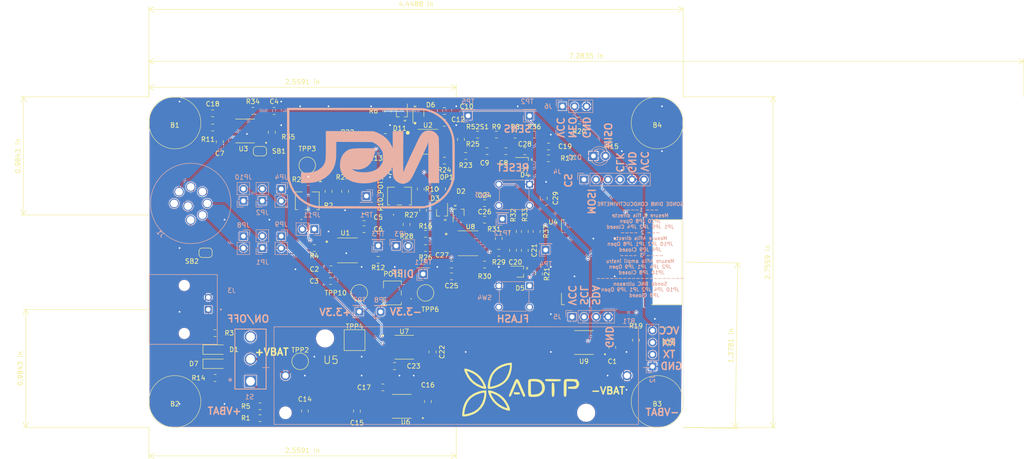
<source format=kicad_pcb>
(kicad_pcb (version 20171130) (host pcbnew "(5.1.10)-1")
  (title_block (title "NGL Proto") (date 2022-05-14) (rev V1) (company ADTP) (comment 1 "Usinage by LPKF") (comment 2 "Auteur Benoît") (comment 3 "Simple face pour facilité l'Usinage.") (comment 4 "Résistance 0 Ohm utilisé en pont"))
  (layers (0 F.Cu signal hide) (31 B.Cu signal) (34 B.Paste user hide) (35 F.Paste user hide) (36 B.SilkS user) (37 F.SilkS user) (38 B.Mask user hide) (39 F.Mask user hide) (44 Edge.Cuts user))
  (net 0 "")
  (net 1 +3V3)
  (net 2 "Net-(C9-Pad1)")
  (net 3 "Net-(R2-Pad2)")
  (net 4 "Net-(R4-Pad2)")
  (net 5 "Net-(R10-Pad2)")
  (net 6 "Net-(U4-Pad7)")
  (net 7 "Net-(U4-Pad8)")
  (net 8 "Net-(U4-Pad12)")
  (net 9 "Net-(U4-Pad17)")
  (net 10 "Net-(U4-Pad26)")
  (net 11 "Net-(U4-Pad27)")
  (net 12 "Net-(U4-Pad28)")
  (net 13 "Net-(U4-Pad29)")
  (net 14 "Net-(U4-Pad30)")
  (net 15 "Net-(U4-Pad32)")
  (net 16 "Net-(U4-Pad37)")
  (net 17 +BATT)
  (net 18 -BATT)
  (net 19 "Net-(D1-Pad2)")
  (net 20 OUT_SENS)
  (net 21 "Net-(C16-Pad2)")
  (net 22 "Net-(C16-Pad1)")
  (net 23 "Net-(R15-Pad1)")
  (net 24 "Net-(C8-Pad1)")
  (net 25 OUT_NTC)
  (net 26 "Net-(D6-Pad1)")
  (net 27 "Net-(D11-Pad1)")
  (net 28 "Net-(D10-Pad2)")
  (net 29 "Net-(D11-Pad2)")
  (net 30 "Net-(J1-Pad7)")
  (net 31 "Net-(J2-Pad2)")
  (net 32 "Net-(J2-Pad3)")
  (net 33 IN_COAX)
  (net 34 NEO)
  (net 35 "Net-(JP3-Pad1)")
  (net 36 "Net-(JP3-Pad2)")
  (net 37 "Net-(JP8-Pad1)")
  (net 38 "Net-(JP11-Pad2)")
  (net 39 "Net-(JP11-Pad1)")
  (net 40 "Net-(R25-Pad2)")
  (net 41 "Net-(R13-Pad1)")
  (net 42 "Net-(R20-Pad2)")
  (net 43 "Net-(R21-Pad2)")
  (net 44 "Net-(R22-Pad2)")
  (net 45 "Net-(R24-Pad1)")
  (net 46 "Net-(SW4-Pad1)")
  (net 47 "Net-(C20-Pad1)")
  (net 48 "Net-(C21-Pad1)")
  (net 49 "Net-(D2-Pad2)")
  (net 50 "Net-(D2-Pad1)")
  (net 51 "Net-(D3-Pad2)")
  (net 52 CURRENT_3)
  (net 53 DIFF+)
  (net 54 DIFF-)
  (net 55 CURRENT_4)
  (net 56 OUT_DIFF)
  (net 57 "Net-(POT1-Pad1)")
  (net 58 "Net-(POT1-Pad3)")
  (net 59 "Net-(R26-Pad1)")
  (net 60 "Net-(R28-Pad2)")
  (net 61 "Net-(R30-Pad1)")
  (net 62 "Net-(R31-Pad2)")
  (net 63 -3V3)
  (net 64 SDA)
  (net 65 SCL)
  (net 66 OUT_BAT)
  (net 67 CLOCK_GEN)
  (net 68 "Net-(U4-Pad6)")
  (net 69 "Net-(U4-Pad18)")
  (net 70 "Net-(U4-Pad19)")
  (net 71 "Net-(U4-Pad20)")
  (net 72 "Net-(U4-Pad21)")
  (net 73 "Net-(U4-Pad22)")
  (net 74 "Net-(SB1-Pad2)")
  (net 75 "Net-(U3-Pad5)")
  (net 76 "Net-(U3-Pad6)")
  (net 77 "Net-(R34-Pad1)")
  (net 78 "Net-(U3-Pad8)")
  (net 79 "Net-(S1-Pad3)")
  (net 80 "Net-(BT1-PadP)")
  (net 81 UART_RX)
  (net 82 UART_TX)
  (net 83 MISO)
  (net 84 MOSI)
  (net 85 CLK)
  (net 86 CS)
  (net 87 "Net-(U4-Pad9)")
  (net 88 /ESP32/EN)
  (net 89 /R2)
  (net 90 "/Ampli Diff/620")
  (net 91 "Net-(R52S1-Pad2)")
  (module Lib_NGL_EURO:NGL_neg (layer B.Cu) (at 147 63 180)
    (fp_text reference G2 hide)
    (fp_text value LOGO hide)
  )
  (module Lib_NGL_Proto:TE_5227161-2 (layer B.Cu) (at 107.5 95 270)
    (fp_text reference J3 (at -4 -10 180) (layer B.SilkS) (effects (justify mirror)))
    (fp_text value 227161-2)
    (pad None np_thru_hole circle (at -5.08 0 270) (size 2.09 2.09) (drill 2.09) (layers *.Cu *.Mask))
    (pad None np_thru_hole circle (at 5.08 0 270) (size 2.09 2.09) (drill 2.09) (layers *.Cu *.Mask))
    (pad G thru_hole circle (at -2.54 -5.08 270) (size 1.478 1.478) (drill 0.97) (layers *.Cu *.Mask) (net 18 -BATT))
    (pad S thru_hole rect (at 0 -5.08 270) (size 1.478 1.478) (drill 0.97) (layers *.Cu *.Mask) (net 33 IN_COAX))
  )
  (module Lib_NGL_EURO:logo_ADTP_Fskils (layer F.Cu) (at 178.5 112)
    (fp_text reference G1 hide)
    (fp_text value LOGO hide)
  )
  (module Lib_NGL_Proto:3-1825910-5 (layer B.Cu) (at 174 73 180)
    (fp_text reference SW3 (at 3.5 2.250001) (layer B.SilkS) (effects (justify mirror)))
    (fp_text value SW_Push hide)
    (fp_text user * (at -6.5 6.011301) (layer B.SilkS) (effects (justify mirror)))
    (pad 2 thru_hole circle (at 0.000001 4.500001 180) (size 1.4986 1.4986) (drill 0.9906) (layers *.Cu *.Mask) (net 88 /ESP32/EN))
    (pad 4 thru_hole circle (at 0.000001 0 180) (size 1.4986 1.4986) (drill 0.9906) (layers *.Cu *.Mask))
    (pad 3 thru_hole circle (at -6.500001 0 180) (size 1.4986 1.4986) (drill 0.9906) (layers *.Cu *.Mask))
    (pad 1 thru_hole rect (at -6.500001 4.500001 180) (size 1.4986 1.4986) (drill 0.9906) (layers *.Cu *.Mask) (net 18 -BATT))
  )
  (module Lib_NGL_Proto:3-1825910-5 (layer B.Cu) (at 174 94.5 180)
    (fp_text reference SW4 (at 3 2) (layer B.SilkS) (effects (justify mirror)))
    (fp_text value SW_Push hide)
    (fp_text user * (at -6.5 6.011301) (layer B.SilkS) (effects (justify mirror)))
    (pad 2 thru_hole circle (at 0.000001 4.500001 180) (size 1.4986 1.4986) (drill 0.9906) (layers *.Cu *.Mask) (net 18 -BATT))
    (pad 4 thru_hole circle (at 0.000001 0 180) (size 1.4986 1.4986) (drill 0.9906) (layers *.Cu *.Mask))
    (pad 3 thru_hole circle (at -6.500001 0 180) (size 1.4986 1.4986) (drill 0.9906) (layers *.Cu *.Mask))
    (pad 1 thru_hole rect (at -6.500001 4.500001 180) (size 1.4986 1.4986) (drill 0.9906) (layers *.Cu *.Mask) (net 46 "Net-(SW4-Pad1)"))
  )
  (module Lib_NGL_Proto:BAT_1043 (layer B.Cu) (at 165 109 180)
    (fp_text reference BT1 (at -36.5 11.5) (layer B.SilkS) (effects (justify mirror)))
    (fp_text value 1043)
    (pad None np_thru_hole circle (at 36.11 -7.87 180) (size 2.39 2.39) (drill 2.39) (layers *.Cu *.Mask))
    (pad None np_thru_hole circle (at -27.47 -7.87 180) (size 3.55 3.55) (drill 3.55) (layers *.Cu *.Mask))
    (pad None np_thru_hole circle (at 27.73 7.87 180) (size 3.55 3.55) (drill 3.55) (layers *.Cu *.Mask))
    (pad N thru_hole circle (at -36.11 0 180) (size 1.98 1.98) (drill 1.32) (layers *.Cu *.Mask) (net 18 -BATT))
    (pad P thru_hole circle (at 36.11 0 180) (size 1.98 1.98) (drill 1.32) (layers *.Cu *.Mask) (net 80 "Net-(BT1-PadP)"))
  )
  (module Lib_NGL_Proto:SW_1101M2S3CQE2 (layer B.Cu) (at 121.5 105.5)
    (fp_text reference S1 (at -0.22543 8) (layer B.SilkS) (effects (font (size 1.001921 1.001921)) (justify mirror)))
    (fp_text value 1101M2S3CQE2)
    (pad 3 thru_hole circle (at 0 -4.7) (size 2.45 2.45) (drill 1.85) (layers *.Cu *.Mask) (net 79 "Net-(S1-Pad3)"))
    (pad 2 thru_hole circle (at 0 0) (size 2.45 2.45) (drill 1.85) (layers *.Cu *.Mask) (net 80 "Net-(BT1-PadP)"))
    (pad 1 thru_hole rect (at 0 4.7) (size 2.45 2.45) (drill 1.85) (layers *.Cu *.Mask) (net 17 +BATT))
  )
  (module Lib_NGL_Proto:ADA4522-2ARZ (layer F.Cu) (at 159 59.5)
    (fp_text reference U2 (at 0 -3.5) (layer F.SilkS))
    (fp_text value AD8639 hide)
    (fp_text user * (at -2.7178 -3.606) (layer F.SilkS))
    (fp_text user * (at -5.55 -1.6) (layer F.SilkS))
    (fp_text user * (at -2.7178 -3.606) (layer F.SilkS))
    (pad 8 smd rect (at 2.4638 -1.905) (size 1.969999 0.558) (layers F.Cu F.Paste F.Mask) (net 1 +3V3))
    (pad 7 smd rect (at 2.4638 -0.635) (size 1.969999 0.558) (layers F.Cu F.Paste F.Mask) (net 91 "Net-(R52S1-Pad2)"))
    (pad 6 smd rect (at 2.4638 0.635) (size 1.969999 0.558) (layers F.Cu F.Paste F.Mask) (net 44 "Net-(R22-Pad2)"))
    (pad 5 smd rect (at 2.4638 1.905) (size 1.969999 0.558) (layers F.Cu F.Paste F.Mask) (net 45 "Net-(R24-Pad1)"))
    (pad 4 smd rect (at -2.4638 1.905) (size 1.969999 0.558) (layers F.Cu F.Paste F.Mask) (net 63 -3V3))
    (pad 3 smd rect (at -2.4638 0.635) (size 1.969999 0.558) (layers F.Cu F.Paste F.Mask) (net 41 "Net-(R13-Pad1)"))
    (pad 2 smd rect (at -2.4638 -0.635) (size 1.969999 0.558) (layers F.Cu F.Paste F.Mask) (net 26 "Net-(D6-Pad1)"))
    (pad 1 smd rect (at -2.4638 -1.905) (size 1.969999 0.558) (layers F.Cu F.Paste F.Mask) (net 27 "Net-(D11-Pad1)"))
  )
  (module Lib_NGL_Proto:ADA4522-2ARZ (layer F.Cu) (at 142 82.5)
    (fp_text reference U1 (at -0.45 -3.7) (layer F.SilkS))
    (fp_text value AD8639 hide)
    (fp_text user * (at -4.375 -1.525) (layer F.SilkS))
    (pad 8 smd rect (at 2.4638 -1.905) (size 1.969999 0.558) (layers F.Cu F.Paste F.Mask) (net 1 +3V3))
    (pad 7 smd rect (at 2.4638 -0.635) (size 1.969999 0.558) (layers F.Cu F.Paste F.Mask) (net 35 "Net-(JP3-Pad1)"))
    (pad 6 smd rect (at 2.4638 0.635) (size 1.969999 0.558) (layers F.Cu F.Paste F.Mask) (net 52 CURRENT_3))
    (pad 5 smd rect (at 2.4638 1.905) (size 1.969999 0.558) (layers F.Cu F.Paste F.Mask) (net 18 -BATT))
    (pad 4 smd rect (at -2.4638 1.905) (size 1.969999 0.558) (layers F.Cu F.Paste F.Mask) (net 63 -3V3))
    (pad 3 smd rect (at -2.4638 0.635) (size 1.969999 0.558) (layers F.Cu F.Paste F.Mask) (net 18 -BATT))
    (pad 2 smd rect (at -2.4638 -0.635) (size 1.969999 0.558) (layers F.Cu F.Paste F.Mask) (net 39 "Net-(JP11-Pad1)"))
    (pad 1 smd rect (at -2.4638 -1.905) (size 1.969999 0.558) (layers F.Cu F.Paste F.Mask) (net 55 CURRENT_4))
  )
  (module Lib_NGL_Proto:ADA4522-2ARZ (layer F.Cu) (at 167.5 81)
    (fp_text reference U8 (at 0.5 -3.5) (layer F.SilkS))
    (fp_text value AD8639 hide)
    (fp_text user * (at -4.625 -1.65) (layer F.SilkS))
    (pad 8 smd rect (at 2.4638 -1.905) (size 1.969999 0.558) (layers F.Cu F.Paste F.Mask) (net 1 +3V3))
    (pad 7 smd rect (at 2.4638 -0.635) (size 1.969999 0.558) (layers F.Cu F.Paste F.Mask) (net 62 "Net-(R31-Pad2)"))
    (pad 6 smd rect (at 2.4638 0.635) (size 1.969999 0.558) (layers F.Cu F.Paste F.Mask) (net 60 "Net-(R28-Pad2)"))
    (pad 5 smd rect (at 2.4638 1.905) (size 1.969999 0.558) (layers F.Cu F.Paste F.Mask) (net 61 "Net-(R30-Pad1)"))
    (pad 4 smd rect (at -2.4638 1.905) (size 1.969999 0.558) (layers F.Cu F.Paste F.Mask) (net 63 -3V3))
    (pad 3 smd rect (at -2.4638 0.635) (size 1.969999 0.558) (layers F.Cu F.Paste F.Mask) (net 59 "Net-(R26-Pad1)"))
    (pad 2 smd rect (at -2.4638 -0.635) (size 1.969999 0.558) (layers F.Cu F.Paste F.Mask) (net 50 "Net-(D2-Pad1)"))
    (pad 1 smd rect (at -2.4638 -1.905) (size 1.969999 0.558) (layers F.Cu F.Paste F.Mask) (net 49 "Net-(D2-Pad2)"))
  )
  (module Lib_NGL_Proto:MODULE_ESP32-WROOM-32D (layer F.Cu) (at 200 85 270)
    (fp_text reference U4 (at -8.5 14.5 180) (layer F.SilkS))
    (fp_text value ESP32-WROOM-32D-N16)
    (pad 39_9 smd rect (at 0.835 4.075 270) (size 1.33 1.33) (layers F.Cu F.Paste F.Mask) (net 18 -BATT))
    (pad 39_8 smd rect (at -1 4.075 270) (size 1.33 1.33) (layers F.Cu F.Paste F.Mask) (net 18 -BATT))
    (pad 39_7 smd rect (at -2.835 4.075 270) (size 1.33 1.33) (layers F.Cu F.Paste F.Mask) (net 18 -BATT))
    (pad 39_6 smd rect (at 0.835 2.24 270) (size 1.33 1.33) (layers F.Cu F.Paste F.Mask) (net 18 -BATT))
    (pad 39_5 smd rect (at -1 2.24 270) (size 1.33 1.33) (layers F.Cu F.Paste F.Mask) (net 18 -BATT))
    (pad 39_4 smd rect (at -2.835 2.24 270) (size 1.33 1.33) (layers F.Cu F.Paste F.Mask) (net 18 -BATT))
    (pad 39_3 smd rect (at 0.835 0.405 270) (size 1.33 1.33) (layers F.Cu F.Paste F.Mask) (net 18 -BATT))
    (pad 39_2 smd rect (at -1 0.405 270) (size 1.33 1.33) (layers F.Cu F.Paste F.Mask) (net 18 -BATT))
    (pad 39_1 smd rect (at -2.835 0.405 270) (size 1.33 1.33) (layers F.Cu F.Paste F.Mask) (net 18 -BATT))
    (pad 38 smd rect (at 8.5 -5.26 270) (size 2 0.9) (layers F.Cu F.Paste F.Mask) (net 18 -BATT))
    (pad 37 smd rect (at 8.5 -3.99 270) (size 2 0.9) (layers F.Cu F.Paste F.Mask) (net 16 "Net-(U4-Pad37)"))
    (pad 36 smd rect (at 8.5 -2.72 270) (size 2 0.9) (layers F.Cu F.Paste F.Mask) (net 64 SDA))
    (pad 35 smd rect (at 8.5 -1.45 270) (size 2 0.9) (layers F.Cu F.Paste F.Mask) (net 82 UART_TX))
    (pad 34 smd rect (at 8.5 -0.18 270) (size 2 0.9) (layers F.Cu F.Paste F.Mask) (net 81 UART_RX))
    (pad 33 smd rect (at 8.5 1.09 270) (size 2 0.9) (layers F.Cu F.Paste F.Mask) (net 65 SCL))
    (pad 32 smd rect (at 8.5 2.36 270) (size 2 0.9) (layers F.Cu F.Paste F.Mask) (net 15 "Net-(U4-Pad32)"))
    (pad 31 smd rect (at 8.5 3.63 270) (size 2 0.9) (layers F.Cu F.Paste F.Mask) (net 67 CLOCK_GEN))
    (pad 30 smd rect (at 8.5 4.9 270) (size 2 0.9) (layers F.Cu F.Paste F.Mask) (net 14 "Net-(U4-Pad30)"))
    (pad 29 smd rect (at 8.5 6.17 270) (size 2 0.9) (layers F.Cu F.Paste F.Mask) (net 13 "Net-(U4-Pad29)"))
    (pad 28 smd rect (at 8.5 7.44 270) (size 2 0.9) (layers F.Cu F.Paste F.Mask) (net 12 "Net-(U4-Pad28)"))
    (pad 27 smd rect (at 8.5 8.71 270) (size 2 0.9) (layers F.Cu F.Paste F.Mask) (net 11 "Net-(U4-Pad27)"))
    (pad 26 smd rect (at 8.5 9.98 270) (size 2 0.9) (layers F.Cu F.Paste F.Mask) (net 10 "Net-(U4-Pad26)"))
    (pad 25 smd rect (at 8.5 11.25 270) (size 2 0.9) (layers F.Cu F.Paste F.Mask) (net 46 "Net-(SW4-Pad1)"))
    (pad 24 smd rect (at 5.715 12.25 270) (size 0.9 2) (layers F.Cu F.Paste F.Mask) (net 43 "Net-(R21-Pad2)"))
    (pad 23 smd rect (at 4.445 12.25 270) (size 0.9 2) (layers F.Cu F.Paste F.Mask) (net 86 CS))
    (pad 22 smd rect (at 3.175 12.25 270) (size 0.9 2) (layers F.Cu F.Paste F.Mask) (net 73 "Net-(U4-Pad22)"))
    (pad 21 smd rect (at 1.905 12.25 270) (size 0.9 2) (layers F.Cu F.Paste F.Mask) (net 72 "Net-(U4-Pad21)"))
    (pad 20 smd rect (at 0.635 12.25 270) (size 0.9 2) (layers F.Cu F.Paste F.Mask) (net 71 "Net-(U4-Pad20)"))
    (pad 19 smd rect (at -0.635 12.25 270) (size 0.9 2) (layers F.Cu F.Paste F.Mask) (net 70 "Net-(U4-Pad19)"))
    (pad 18 smd rect (at -1.905 12.25 270) (size 0.9 2) (layers F.Cu F.Paste F.Mask) (net 69 "Net-(U4-Pad18)"))
    (pad 17 smd rect (at -3.175 12.25 270) (size 0.9 2) (layers F.Cu F.Paste F.Mask) (net 9 "Net-(U4-Pad17)"))
    (pad 16 smd rect (at -4.445 12.25 270) (size 0.9 2) (layers F.Cu F.Paste F.Mask) (net 84 MOSI))
    (pad 15 smd rect (at -5.715 12.25 270) (size 0.9 2) (layers F.Cu F.Paste F.Mask) (net 18 -BATT))
    (pad 14 smd rect (at -8.5 11.25 270) (size 2 0.9) (layers F.Cu F.Paste F.Mask) (net 83 MISO))
    (pad 13 smd rect (at -8.5 9.98 270) (size 2 0.9) (layers F.Cu F.Paste F.Mask) (net 85 CLK))
    (pad 12 smd rect (at -8.5 8.71 270) (size 2 0.9) (layers F.Cu F.Paste F.Mask) (net 8 "Net-(U4-Pad12)"))
    (pad 11 smd rect (at -8.5 7.44 270) (size 2 0.9) (layers F.Cu F.Paste F.Mask) (net 42 "Net-(R20-Pad2)"))
    (pad 10 smd rect (at -8.5 6.17 270) (size 2 0.9) (layers F.Cu F.Paste F.Mask) (net 23 "Net-(R15-Pad1)"))
    (pad 9 smd rect (at -8.5 4.9 270) (size 2 0.9) (layers F.Cu F.Paste F.Mask) (net 87 "Net-(U4-Pad9)"))
    (pad 8 smd rect (at -8.5 3.63 270) (size 2 0.9) (layers F.Cu F.Paste F.Mask) (net 7 "Net-(U4-Pad8)"))
    (pad 7 smd rect (at -8.5 2.36 270) (size 2 0.9) (layers F.Cu F.Paste F.Mask) (net 6 "Net-(U4-Pad7)"))
    (pad 6 smd rect (at -8.5 1.09 270) (size 2 0.9) (layers F.Cu F.Paste F.Mask) (net 68 "Net-(U4-Pad6)"))
    (pad 5 smd rect (at -8.5 -0.18 270) (size 2 0.9) (layers F.Cu F.Paste F.Mask) (net 66 OUT_BAT))
    (pad 4 smd rect (at -8.5 -1.45 270) (size 2 0.9) (layers F.Cu F.Paste F.Mask) (net 25 OUT_NTC))
    (pad 3 smd rect (at -8.5 -2.72 270) (size 2 0.9) (layers F.Cu F.Paste F.Mask) (net 88 /ESP32/EN))
    (pad 2 smd rect (at -8.5 -3.99 270) (size 2 0.9) (layers F.Cu F.Paste F.Mask) (net 1 +3V3))
    (pad 1 smd rect (at -8.5 -5.26 270) (size 2 0.9) (layers F.Cu F.Paste F.Mask) (net 18 -BATT))
  )
  (module Connector_PinHeader_2.54mm:PinHeader_1x04_P2.54mm_Vertical (layer B.Cu) (at 189.5 96.55 270)
    (fp_text reference J5 (at 0 3.13 180) (layer B.SilkS) (effects (justify mirror)))
    (fp_text value Conn_01x04_Male)
    (pad 4 thru_hole oval (at 0 -7.62 270) (size 1.7 1.7) (drill 1) (layers *.Cu *.Mask) (net 18 -BATT))
    (pad 3 thru_hole oval (at 0 -5.08 270) (size 1.7 1.7) (drill 1) (layers *.Cu *.Mask) (net 64 SDA))
    (pad 2 thru_hole oval (at 0 -2.54 270) (size 1.7 1.7) (drill 1) (layers *.Cu *.Mask) (net 65 SCL))
    (pad 1 thru_hole rect (at 0 0 270) (size 1.7 1.7) (drill 1) (layers *.Cu *.Mask) (net 1 +3V3))
  )
  (module Connector_PinHeader_2.54mm:PinHeader_1x04_P2.54mm_Vertical (layer B.Cu) (at 206.5 107.08)
    (fp_text reference J2 (at 0 2.62 -270) (layer B.SilkS) (effects (justify mirror)))
    (fp_text value Conn_01x04_Male)
    (pad 1 thru_hole rect (at 0 0) (size 1.7 1.7) (drill 1) (layers *.Cu *.Mask) (net 18 -BATT))
    (pad 2 thru_hole oval (at 0 -2.54) (size 1.7 1.7) (drill 1) (layers *.Cu *.Mask) (net 31 "Net-(J2-Pad2)"))
    (pad 3 thru_hole oval (at 0 -5.08) (size 1.7 1.7) (drill 1) (layers *.Cu *.Mask) (net 32 "Net-(J2-Pad3)"))
    (pad 4 thru_hole oval (at 0 -7.62) (size 1.7 1.7) (drill 1) (layers *.Cu *.Mask) (net 1 +3V3))
  )
  (module Lib_NGL_Proto:SOT-323_SC-70_Handsoldering (layer F.Cu) (at 162 74.5 270)
    (fp_text reference D3 (at -3 1.5 180) (layer F.SilkS))
    (fp_text value D_Schottky)
    (fp_text user K (at 1.51 -0.69 90) (layer F.SilkS) (effects (font (size 0.5 0.5) (thickness 0.1))))
    (pad 2 smd rect (at -1.33 -0.65 180) (size 0.45 1.5) (layers F.Cu F.Paste F.Mask) (net 51 "Net-(D3-Pad2)"))
    (pad 3 smd rect (at -1.33 0.65 180) (size 0.45 1.5) (layers F.Cu F.Paste F.Mask))
    (pad 1 smd rect (at 1.33 0 180) (size 0.45 1.5) (layers F.Cu F.Paste F.Mask) (net 49 "Net-(D2-Pad2)"))
  )
  (module Lib_NGL_Proto:SOT-323_SC-70_Handsoldering (layer F.Cu) (at 179.5 64)
    (fp_text reference D4 (at 0 2.5) (layer F.SilkS))
    (fp_text value D_Schottky)
    (fp_text user K (at 1.51 -0.69) (layer F.SilkS) (effects (font (size 0.5 0.5) (thickness 0.1))))
    (pad 2 smd rect (at -1.33 -0.65 270) (size 0.45 1.5) (layers F.Cu F.Paste F.Mask) (net 18 -BATT))
    (pad 3 smd rect (at -1.33 0.65 270) (size 0.45 1.5) (layers F.Cu F.Paste F.Mask))
    (pad 1 smd rect (at 1.33 0 270) (size 0.45 1.5) (layers F.Cu F.Paste F.Mask) (net 20 OUT_SENS))
  )
  (module Lib_NGL_Proto:SOT-323_SC-70_Handsoldering (layer F.Cu) (at 157 53.5 90)
    (fp_text reference D6 (at 1.8 2.6 180) (layer F.SilkS))
    (fp_text value D_Schottky)
    (fp_text user K (at 1.51 -0.69 90) (layer F.SilkS) (effects (font (size 0.5 0.5) (thickness 0.1))))
    (pad 2 smd rect (at -1.33 -0.65) (size 0.45 1.5) (layers F.Cu F.Paste F.Mask) (net 27 "Net-(D11-Pad1)"))
    (pad 3 smd rect (at -1.33 0.65) (size 0.45 1.5) (layers F.Cu F.Paste F.Mask))
    (pad 1 smd rect (at 1.33 0) (size 0.45 1.5) (layers F.Cu F.Paste F.Mask) (net 26 "Net-(D6-Pad1)"))
  )
  (module Lib_NGL_Proto:SOT-323_SC-70_Handsoldering (layer F.Cu) (at 153.5 53.5 270)
    (fp_text reference D11 (at 3.15 0.45 180) (layer F.SilkS))
    (fp_text value D_Schottky)
    (fp_text user K (at 1.51 -0.69 90) (layer F.SilkS) (effects (font (size 0.5 0.5) (thickness 0.1))))
    (pad 2 smd rect (at -1.33 -0.65 180) (size 0.45 1.5) (layers F.Cu F.Paste F.Mask) (net 29 "Net-(D11-Pad2)"))
    (pad 3 smd rect (at -1.33 0.65 180) (size 0.45 1.5) (layers F.Cu F.Paste F.Mask))
    (pad 1 smd rect (at 1.33 0 180) (size 0.45 1.5) (layers F.Cu F.Paste F.Mask) (net 27 "Net-(D11-Pad1)"))
  )
  (module Lib_NGL_Proto:SOT-323_SC-70_Handsoldering (layer F.Cu) (at 165.5 74.5 90)
    (fp_text reference D2 (at 4.5 0.5 180) (layer F.SilkS))
    (fp_text value D_Schottky)
    (fp_text user K (at 1.51 -0.69 90) (layer F.SilkS) (effects (font (size 0.5 0.5) (thickness 0.1))))
    (pad 2 smd rect (at -1.33 -0.65) (size 0.45 1.5) (layers F.Cu F.Paste F.Mask) (net 49 "Net-(D2-Pad2)"))
    (pad 3 smd rect (at -1.33 0.65) (size 0.45 1.5) (layers F.Cu F.Paste F.Mask))
    (pad 1 smd rect (at 1.33 0) (size 0.45 1.5) (layers F.Cu F.Paste F.Mask) (net 50 "Net-(D2-Pad1)"))
  )
  (module Lib_NGL_Proto:SOT-323_SC-70_Handsoldering (layer F.Cu) (at 178.5 87)
    (fp_text reference D5 (at 0 3.5) (layer F.SilkS))
    (fp_text value D_Schottky)
    (fp_text user K (at 1.51 -0.69) (layer F.SilkS) (effects (font (size 0.5 0.5) (thickness 0.1))))
    (pad 2 smd rect (at -1.33 -0.65 270) (size 0.45 1.5) (layers F.Cu F.Paste F.Mask) (net 18 -BATT))
    (pad 3 smd rect (at -1.33 0.65 270) (size 0.45 1.5) (layers F.Cu F.Paste F.Mask))
    (pad 1 smd rect (at 1.33 0 270) (size 0.45 1.5) (layers F.Cu F.Paste F.Mask) (net 56 OUT_DIFF))
  )
  (module LED_THT:LED_D3.0mm (layer B.Cu) (at 194 62.5)
    (fp_text reference D10 (at -3.9 0.3) (layer B.SilkS) (effects (justify mirror)))
    (fp_text value LED_B)
    (pad 1 thru_hole rect (at 0 0) (size 1.8 1.8) (drill 1) (layers *.Cu *.Mask) (net 18 -BATT))
    (pad 2 thru_hole circle (at 2.54 0) (size 1.8 1.8) (drill 1) (layers *.Cu *.Mask) (net 28 "Net-(D10-Pad2)"))
  )
  (module Capacitor_SMD:C_0805_2012Metric (layer F.Cu) (at 184.5 60.5)
    (fp_text reference C19 (at 3.5 0) (layer F.SilkS))
    (fp_text value 100nF)
    (pad 2 smd roundrect (at 0.9375 0) (size 0.975 1.4) (layers F.Cu F.Paste F.Mask) (net 18 -BATT))
    (pad 1 smd roundrect (at -0.9375 0) (size 0.975 1.4) (layers F.Cu F.Paste F.Mask) (net 88 /ESP32/EN))
  )
  (module Resistor_SMD:R_0805_2012Metric (layer F.Cu) (at 184.5 63 180)
    (fp_text reference R17 (at -4 0) (layer F.SilkS))
    (fp_text value 4.7K)
    (pad 2 smd roundrect (at 0.9375 0 180) (size 0.975 1.4) (layers F.Cu F.Paste F.Mask) (net 88 /ESP32/EN))
    (pad 1 smd roundrect (at -0.9375 0 180) (size 0.975 1.4) (layers F.Cu F.Paste F.Mask) (net 1 +3V3))
  )
  (module Resistor_SMD:R_0805_2012Metric (layer F.Cu) (at 210 99 270)
    (fp_text reference R18 (at 2.95 0.05 180) (layer F.SilkS))
    (fp_text value 4.7K)
    (pad 2 smd roundrect (at 0.9375 0 270) (size 0.975 1.4) (layers F.Cu F.Paste F.Mask) (net 32 "Net-(J2-Pad3)"))
    (pad 1 smd roundrect (at -0.9375 0 270) (size 0.975 1.4) (layers F.Cu F.Paste F.Mask) (net 81 UART_RX))
  )
  (module Resistor_SMD:R_0805_2012Metric (layer F.Cu) (at 182.5 87.5 270)
    (fp_text reference R21 (at 0 -1.65 90) (layer F.SilkS))
    (fp_text value 4.7K)
    (pad 1 smd roundrect (at -0.9375 0 270) (size 0.975 1.4) (layers F.Cu F.Paste F.Mask) (net 18 -BATT))
    (pad 2 smd roundrect (at 0.9375 0 270) (size 0.975 1.4) (layers F.Cu F.Paste F.Mask) (net 43 "Net-(R21-Pad2)"))
  )
  (module Resistor_SMD:R_0805_2012Metric (layer F.Cu) (at 203 101.5 270)
    (fp_text reference R19 (at -3 0 180) (layer F.SilkS))
    (fp_text value 4.7K)
    (pad 1 smd roundrect (at -0.9375 0 270) (size 0.975 1.4) (layers F.Cu F.Paste F.Mask) (net 82 UART_TX))
    (pad 2 smd roundrect (at 0.9375 0 270) (size 0.975 1.4) (layers F.Cu F.Paste F.Mask) (net 31 "Net-(J2-Pad2)"))
  )
  (module Resistor_SMD:R_0805_2012Metric (layer F.Cu) (at 197.5 58.5 180)
    (fp_text reference R15 (at -0.4 -2) (layer F.SilkS))
    (fp_text value 43R)
    (pad 2 smd roundrect (at 0.9375 0 180) (size 0.975 1.4) (layers F.Cu F.Paste F.Mask) (net 28 "Net-(D10-Pad2)"))
    (pad 1 smd roundrect (at -0.9375 0 180) (size 0.975 1.4) (layers F.Cu F.Paste F.Mask) (net 23 "Net-(R15-Pad1)"))
  )
  (module Resistor_SMD:R_0805_2012Metric (layer F.Cu) (at 114 109.5 180)
    (fp_text reference R14 (at 3.5 0) (layer F.SilkS))
    (fp_text value 1K)
    (pad 2 smd roundrect (at 0.9125 0 180) (size 1.025 1.4) (layers F.Cu F.Paste F.Mask) (roundrect_rratio 0.2439004878048781) (net 19 "Net-(D1-Pad2)"))
    (pad 1 smd roundrect (at -0.9125 0 180) (size 1.025 1.4) (layers F.Cu F.Paste F.Mask) (roundrect_rratio 0.2439004878048781) (net 52 CURRENT_3))
  )
  (module Capacitor_SMD:C_0805_2012Metric (layer F.Cu) (at 138.5 86.5)
    (fp_text reference C2 (at -3.5 0) (layer F.SilkS))
    (fp_text value 100nF)
    (pad 1 smd roundrect (at -0.9375 0) (size 0.975 1.4) (layers F.Cu F.Paste F.Mask) (net 18 -BATT))
    (pad 2 smd roundrect (at 0.9375 0) (size 0.975 1.4) (layers F.Cu F.Paste F.Mask) (net 63 -3V3))
  )
  (module Capacitor_SMD:C_0805_2012Metric (layer F.Cu) (at 138.438 89)
    (fp_text reference C3 (at -3.5 0) (layer F.SilkS))
    (fp_text value 4.7uF)
    (pad 1 smd roundrect (at -0.9375 0) (size 0.975 1.4) (layers F.Cu F.Paste F.Mask) (net 18 -BATT))
    (pad 2 smd roundrect (at 0.9375 0) (size 0.975 1.4) (layers F.Cu F.Paste F.Mask) (net 63 -3V3))
  )
  (module Capacitor_SMD:C_0805_2012Metric (layer F.Cu) (at 145.5 75.5)
    (fp_text reference C5 (at 3 0) (layer F.SilkS))
    (fp_text value 4.7uF)
    (pad 2 smd roundrect (at 0.9375 0) (size 0.975 1.4) (layers F.Cu F.Paste F.Mask) (net 18 -BATT))
    (pad 1 smd roundrect (at -0.9375 0) (size 0.975 1.4) (layers F.Cu F.Paste F.Mask) (net 1 +3V3))
  )
  (module Capacitor_SMD:C_0805_2012Metric (layer F.Cu) (at 145.5 78)
    (fp_text reference C6 (at 3 0) (layer F.SilkS))
    (fp_text value 100nF)
    (pad 2 smd roundrect (at 0.9375 0) (size 0.975 1.4) (layers F.Cu F.Paste F.Mask) (net 18 -BATT))
    (pad 1 smd roundrect (at -0.9375 0) (size 0.975 1.4) (layers F.Cu F.Paste F.Mask) (net 1 +3V3))
  )
  (module Capacitor_SMD:C_0805_2012Metric (layer F.Cu) (at 175.5 61.5 180)
    (fp_text reference C8 (at 0.5 -2.5) (layer F.SilkS))
    (fp_text value 47uF)
    (pad 1 smd roundrect (at -0.9375 0 180) (size 0.975 1.4) (layers F.Cu F.Paste F.Mask) (net 24 "Net-(C8-Pad1)"))
    (pad 2 smd roundrect (at 0.9375 0 180) (size 0.975 1.4) (layers F.Cu F.Paste F.Mask) (net 18 -BATT))
  )
  (module Capacitor_SMD:C_0805_2012Metric (layer F.Cu) (at 171.5 61.5)
    (fp_text reference C9 (at -0.5 2.5) (layer F.SilkS))
    (fp_text value 47uF)
    (pad 2 smd roundrect (at 0.9375 0) (size 0.975 1.4) (layers F.Cu F.Paste F.Mask) (net 18 -BATT))
    (pad 1 smd roundrect (at -0.9375 0) (size 0.975 1.4) (layers F.Cu F.Paste F.Mask) (net 2 "Net-(C9-Pad1)"))
  )
  (module Capacitor_SMD:C_0805_2012Metric (layer F.Cu) (at 162.5 53)
    (fp_text reference C10 (at 4.7 -0.95) (layer F.SilkS))
    (fp_text value 4.7uF)
    (pad 1 smd roundrect (at -0.9375 0) (size 0.975 1.4) (layers F.Cu F.Paste F.Mask) (net 1 +3V3))
    (pad 2 smd roundrect (at 0.9375 0) (size 0.975 1.4) (layers F.Cu F.Paste F.Mask) (net 18 -BATT))
  )
  (module Capacitor_SMD:C_0805_2012Metric (layer F.Cu) (at 155.5 66)
    (fp_text reference C11 (at -3.5 0) (layer F.SilkS))
    (fp_text value 4.7uF)
    (pad 1 smd roundrect (at -0.9375 0) (size 0.975 1.4) (layers F.Cu F.Paste F.Mask) (net 18 -BATT))
    (pad 2 smd roundrect (at 0.9375 0) (size 0.975 1.4) (layers F.Cu F.Paste F.Mask) (net 63 -3V3))
  )
  (module Capacitor_SMD:C_0805_2012Metric (layer F.Cu) (at 162.5 55.5)
    (fp_text reference C12 (at 2.9 -0.7) (layer F.SilkS))
    (fp_text value 100nF)
    (pad 1 smd roundrect (at -0.9375 0) (size 0.975 1.4) (layers F.Cu F.Paste F.Mask) (net 1 +3V3))
    (pad 2 smd roundrect (at 0.9375 0) (size 0.975 1.4) (layers F.Cu F.Paste F.Mask) (net 18 -BATT))
  )
  (module Capacitor_SMD:C_0805_2012Metric (layer F.Cu) (at 155.5 63.5)
    (fp_text reference C13 (at -3.5 0.5) (layer F.SilkS))
    (fp_text value 100nF)
    (pad 2 smd roundrect (at 0.9375 0) (size 0.975 1.4) (layers F.Cu F.Paste F.Mask) (net 63 -3V3))
    (pad 1 smd roundrect (at -0.9375 0) (size 0.975 1.4) (layers F.Cu F.Paste F.Mask) (net 18 -BATT))
  )
  (module Capacitor_SMD:C_0805_2012Metric (layer F.Cu) (at 133 116.5 270)
    (fp_text reference C14 (at -2.5 0 180) (layer F.SilkS))
    (fp_text value 100nF)
    (pad 2 smd roundrect (at 0.9375 0 270) (size 0.975 1.4) (layers F.Cu F.Paste F.Mask) (net 18 -BATT))
    (pad 1 smd roundrect (at -0.9375 0 270) (size 0.975 1.4) (layers F.Cu F.Paste F.Mask) (net 17 +BATT))
  )
  (module Capacitor_SMD:C_0805_2012Metric (layer F.Cu) (at 144 116.5 90)
    (fp_text reference C15 (at -2.5 0 180) (layer F.SilkS))
    (fp_text value 10uF)
    (pad 1 smd roundrect (at -0.9375 0 90) (size 0.975 1.4) (layers F.Cu F.Paste F.Mask) (net 1 +3V3))
    (pad 2 smd roundrect (at 0.9375 0 90) (size 0.975 1.4) (layers F.Cu F.Paste F.Mask) (net 18 -BATT))
  )
  (module Capacitor_SMD:C_0805_2012Metric (layer F.Cu) (at 159 114.5 90)
    (fp_text reference C16 (at 3.5 0 180) (layer F.SilkS))
    (fp_text value 10uF)
    (pad 2 smd roundrect (at 0.9375 0 90) (size 0.975 1.4) (layers F.Cu F.Paste F.Mask) (net 21 "Net-(C16-Pad2)"))
    (pad 1 smd roundrect (at -0.9375 0 90) (size 0.975 1.4) (layers F.Cu F.Paste F.Mask) (net 22 "Net-(C16-Pad1)"))
  )
  (module Capacitor_SMD:C_0805_2012Metric (layer F.Cu) (at 149.5 111.5 180)
    (fp_text reference C17 (at 4 0) (layer F.SilkS))
    (fp_text value 10uF)
    (pad 1 smd roundrect (at -0.9375 0 180) (size 0.975 1.4) (layers F.Cu F.Paste F.Mask) (net 63 -3V3))
    (pad 2 smd roundrect (at 0.9375 0 180) (size 0.975 1.4) (layers F.Cu F.Paste F.Mask) (net 18 -BATT))
  )
  (module Diode_SMD:D_MiniMELF (layer F.Cu) (at 114 103.5)
    (fp_text reference D1 (at 4 0) (layer F.SilkS))
    (fp_text value LL4148)
    (pad 1 smd rect (at -1.75 0) (size 1.3 1.7) (layers F.Cu F.Paste F.Mask) (net 1 +3V3))
    (pad 2 smd rect (at 1.75 0) (size 1.3 1.7) (layers F.Cu F.Paste F.Mask) (net 19 "Net-(D1-Pad2)"))
  )
  (module Diode_SMD:D_MiniMELF (layer F.Cu) (at 114 106.5)
    (fp_text reference D7 (at -4.5 0) (layer F.SilkS))
    (fp_text value LL4148)
    (pad 1 smd rect (at -1.75 0) (size 1.3 1.7) (layers F.Cu F.Paste F.Mask) (net 19 "Net-(D1-Pad2)"))
    (pad 2 smd rect (at 1.75 0) (size 1.3 1.7) (layers F.Cu F.Paste F.Mask) (net 63 -3V3))
  )
  (module Connector_PinHeader_2.54mm:PinHeader_1x06_P2.54mm_Vertical (layer B.Cu) (at 192 67.5 270)
    (fp_text reference J4 (at -1.65 5.65) (layer B.SilkS) (effects (justify mirror)))
    (fp_text value Conn_01x06_Male)
    (pad 1 thru_hole rect (at 0 0 270) (size 1.7 1.7) (drill 1) (layers *.Cu *.Mask) (net 86 CS))
    (pad 2 thru_hole oval (at 0 -2.54 270) (size 1.7 1.7) (drill 1) (layers *.Cu *.Mask) (net 84 MOSI))
    (pad 3 thru_hole oval (at 0 -5.08 270) (size 1.7 1.7) (drill 1) (layers *.Cu *.Mask) (net 83 MISO))
    (pad 4 thru_hole oval (at 0 -7.62 270) (size 1.7 1.7) (drill 1) (layers *.Cu *.Mask) (net 85 CLK))
    (pad 5 thru_hole oval (at 0 -10.16 270) (size 1.7 1.7) (drill 1) (layers *.Cu *.Mask) (net 18 -BATT))
    (pad 6 thru_hole oval (at 0 -12.7 270) (size 1.7 1.7) (drill 1) (layers *.Cu *.Mask) (net 1 +3V3))
  )
  (module Connector_PinHeader_2.54mm:PinHeader_1x03_P2.54mm_Vertical (layer B.Cu) (at 187.46 52 270)
    (fp_text reference J6 (at 0 3 180) (layer B.SilkS) (effects (justify mirror)))
    (fp_text value Conn_01x03_Male)
    (pad 1 thru_hole rect (at 0 0 270) (size 1.7 1.7) (drill 1) (layers *.Cu *.Mask) (net 1 +3V3))
    (pad 2 thru_hole oval (at 0 -2.54 270) (size 1.7 1.7) (drill 1) (layers *.Cu *.Mask) (net 34 NEO))
    (pad 3 thru_hole oval (at 0 -5.08 270) (size 1.7 1.7) (drill 1) (layers *.Cu *.Mask) (net 18 -BATT))
  )
  (module Connector_PinHeader_2.54mm:PinHeader_1x02_P2.54mm_Vertical (layer B.Cu) (at 124 82)
    (fp_text reference JP1 (at 0 3) (layer B.SilkS) (effects (justify mirror)))
    (fp_text value Jumper_NC_Small)
    (pad 2 thru_hole oval (at 0 -2.54) (size 1.7 1.7) (drill 1) (layers *.Cu *.Mask) (net 53 DIFF+))
    (pad 1 thru_hole rect (at 0 0) (size 1.7 1.7) (drill 1) (layers *.Cu *.Mask) (net 52 CURRENT_3))
  )
  (module Connector_PinHeader_2.54mm:PinHeader_1x02_P2.54mm_Vertical (layer B.Cu) (at 124 72)
    (fp_text reference JP2 (at 0 2.5) (layer B.SilkS) (effects (justify mirror)))
    (fp_text value Jumper_NC_Small)
    (pad 1 thru_hole rect (at 0 0) (size 1.7 1.7) (drill 1) (layers *.Cu *.Mask) (net 55 CURRENT_4))
    (pad 2 thru_hole oval (at 0 -2.54) (size 1.7 1.7) (drill 1) (layers *.Cu *.Mask) (net 54 DIFF-))
  )
  (module Connector_PinHeader_2.54mm:PinHeader_1x02_P2.54mm_Vertical (layer B.Cu) (at 152.3 81.55 270)
    (fp_text reference JP3 (at -2.5 -1 180) (layer B.SilkS) (effects (justify mirror)))
    (fp_text value Jumper_NC_Small)
    (pad 1 thru_hole rect (at 0 0 270) (size 1.7 1.7) (drill 1) (layers *.Cu *.Mask) (net 35 "Net-(JP3-Pad1)"))
    (pad 2 thru_hole oval (at 0 -2.54 270) (size 1.7 1.7) (drill 1) (layers *.Cu *.Mask) (net 36 "Net-(JP3-Pad2)"))
  )
  (module Connector_PinHeader_2.54mm:PinHeader_1x02_P2.54mm_Vertical (layer B.Cu) (at 128 69.5 180)
    (fp_text reference JP4 (at 0 2.5) (layer B.SilkS) (effects (justify mirror)))
    (fp_text value Jumper_NC_Small)
    (pad 1 thru_hole rect (at 0 0 180) (size 1.7 1.7) (drill 1) (layers *.Cu *.Mask) (net 54 DIFF-))
    (pad 2 thru_hole oval (at 0 -2.54 180) (size 1.7 1.7) (drill 1) (layers *.Cu *.Mask) (net 89 /R2))
  )
  (module Connector_PinHeader_2.54mm:PinHeader_1x02_P2.54mm_Vertical (layer B.Cu) (at 120 79.5 180)
    (fp_text reference JP8 (at 0 2.33) (layer B.SilkS) (effects (justify mirror)))
    (fp_text value Jumper_NC_Small)
    (pad 2 thru_hole oval (at 0 -2.54 180) (size 1.7 1.7) (drill 1) (layers *.Cu *.Mask) (net 52 CURRENT_3))
    (pad 1 thru_hole rect (at 0 0 180) (size 1.7 1.7) (drill 1) (layers *.Cu *.Mask) (net 37 "Net-(JP8-Pad1)"))
  )
  (module Connector_PinHeader_2.54mm:PinHeader_1x02_P2.54mm_Vertical (layer B.Cu) (at 128 79.5 180)
    (fp_text reference JP9 (at 0 2.5) (layer B.SilkS) (effects (justify mirror)))
    (fp_text value Jumper_NC_Small)
    (pad 1 thru_hole rect (at 0 0 180) (size 1.7 1.7) (drill 1) (layers *.Cu *.Mask) (net 53 DIFF+))
    (pad 2 thru_hole oval (at 0 -2.54 180) (size 1.7 1.7) (drill 1) (layers *.Cu *.Mask) (net 37 "Net-(JP8-Pad1)"))
  )
  (module Connector_PinHeader_2.54mm:PinHeader_1x02_P2.54mm_Vertical (layer B.Cu) (at 120 72)
    (fp_text reference JP10 (at 0 -5) (layer B.SilkS) (effects (justify mirror)))
    (fp_text value Jumper_NC_Small)
    (pad 2 thru_hole oval (at 0 -2.54) (size 1.7 1.7) (drill 1) (layers *.Cu *.Mask) (net 89 /R2))
    (pad 1 thru_hole rect (at 0 0) (size 1.7 1.7) (drill 1) (layers *.Cu *.Mask) (net 55 CURRENT_4))
  )
  (module Connector_PinHeader_2.54mm:PinHeader_1x02_P2.54mm_Vertical (layer B.Cu) (at 135 78 90)
    (fp_text reference JP11 (at 3 -0.5 180) (layer B.SilkS) (effects (justify mirror)))
    (fp_text value Jumper_NC_Small)
    (pad 2 thru_hole oval (at 0 -2.54 90) (size 1.7 1.7) (drill 1) (layers *.Cu *.Mask) (net 38 "Net-(JP11-Pad2)"))
    (pad 1 thru_hole rect (at 0 0 90) (size 1.7 1.7) (drill 1) (layers *.Cu *.Mask) (net 39 "Net-(JP11-Pad1)"))
  )
  (module Resistor_SMD:R_0805_2012Metric (layer F.Cu) (at 138 70 90)
    (fp_text reference R2 (at -3 0 180) (layer F.SilkS))
    (fp_text value 442R)
    (pad 1 smd roundrect (at -0.9375 0 90) (size 0.975 1.4) (layers F.Cu F.Paste F.Mask) (net 89 /R2))
    (pad 2 smd roundrect (at 0.9375 0 90) (size 0.975 1.4) (layers F.Cu F.Paste F.Mask) (net 3 "Net-(R2-Pad2)"))
  )
  (module Resistor_SMD:R_0805_2012Metric (layer F.Cu) (at 114 100)
    (fp_text reference R3 (at 3 0) (layer F.SilkS))
    (fp_text value 127K)
    (pad 1 smd roundrect (at -0.9375 0) (size 0.975 1.4) (layers F.Cu F.Paste F.Mask) (net 33 IN_COAX))
    (pad 2 smd roundrect (at 0.9375 0) (size 0.975 1.4) (layers F.Cu F.Paste F.Mask) (net 19 "Net-(D1-Pad2)"))
  )
  (module Resistor_SMD:R_0805_2012Metric (layer F.Cu) (at 135 82 180)
    (fp_text reference R4 (at 0 -1.65) (layer F.SilkS))
    (fp_text value 100K)
    (pad 1 smd roundrect (at -0.9375 0 180) (size 0.975 1.4) (layers F.Cu F.Paste F.Mask) (net 39 "Net-(JP11-Pad1)"))
    (pad 2 smd roundrect (at 0.9375 0 180) (size 0.975 1.4) (layers F.Cu F.Paste F.Mask) (net 4 "Net-(R4-Pad2)"))
  )
  (module Resistor_SMD:R_0805_2012Metric (layer F.Cu) (at 150.5 53 270)
    (fp_text reference R6 (at 0 3 180) (layer F.SilkS))
    (fp_text value 20K)
    (pad 2 smd roundrect (at 0.9375 0 270) (size 0.975 1.4) (layers F.Cu F.Paste F.Mask) (net 29 "Net-(D11-Pad2)"))
    (pad 1 smd roundrect (at -0.9375 0 270) (size 0.975 1.4) (layers F.Cu F.Paste F.Mask) (net 26 "Net-(D6-Pad1)"))
  )
  (module Resistor_SMD:R_0805_2012Metric (layer F.Cu) (at 150 58.5)
    (fp_text reference R7 (at -3 0) (layer F.SilkS))
    (fp_text value 20K)
    (pad 1 smd roundrect (at -0.9375 0) (size 0.975 1.4) (layers F.Cu F.Paste F.Mask) (net 35 "Net-(JP3-Pad1)"))
    (pad 2 smd roundrect (at 0.9375 0) (size 0.975 1.4) (layers F.Cu F.Paste F.Mask) (net 26 "Net-(D6-Pad1)"))
  )
  (module Resistor_SMD:R_0805_2012Metric (layer F.Cu) (at 177.438 58)
    (fp_text reference R8 (at 0 -1.65) (layer F.SilkS))
    (fp_text value 10K)
    (pad 1 smd roundrect (at -0.9375 0) (size 0.975 1.4) (layers F.Cu F.Paste F.Mask) (net 2 "Net-(C9-Pad1)"))
    (pad 2 smd roundrect (at 0.9375 0) (size 0.975 1.4) (layers F.Cu F.Paste F.Mask) (net 24 "Net-(C8-Pad1)"))
  )
  (module Resistor_SMD:R_0805_2012Metric (layer F.Cu) (at 173.5 58)
    (fp_text reference R9 (at 0 -1.65) (layer F.SilkS))
    (fp_text value 10K)
    (pad 2 smd roundrect (at 0.9375 0) (size 0.975 1.4) (layers F.Cu F.Paste F.Mask) (net 2 "Net-(C9-Pad1)"))
    (pad 1 smd roundrect (at -0.9375 0) (size 0.975 1.4) (layers F.Cu F.Paste F.Mask) (net 91 "Net-(R52S1-Pad2)"))
  )
  (module Resistor_SMD:R_0805_2012Metric (layer F.Cu) (at 157.5 69.5 90)
    (fp_text reference R10 (at -0.05 2.35 180) (layer F.SilkS))
    (fp_text value 590)
    (pad 1 smd roundrect (at -0.9375 0 90) (size 0.975 1.4) (layers F.Cu F.Paste F.Mask) (net 37 "Net-(JP8-Pad1)"))
    (pad 2 smd roundrect (at 0.9375 0 90) (size 0.975 1.4) (layers F.Cu F.Paste F.Mask) (net 5 "Net-(R10-Pad2)"))
  )
  (module Resistor_SMD:R_0805_2012Metric (layer F.Cu) (at 148.5 84.5 180)
    (fp_text reference R12 (at 0 -1.65) (layer F.SilkS))
    (fp_text value 1M)
    (pad 2 smd roundrect (at 0.9375 0 180) (size 0.975 1.4) (layers F.Cu F.Paste F.Mask) (net 52 CURRENT_3))
    (pad 1 smd roundrect (at -0.9375 0 180) (size 0.975 1.4) (layers F.Cu F.Paste F.Mask) (net 18 -BATT))
  )
  (module Resistor_SMD:R_0805_2012Metric (layer F.Cu) (at 150.9 62 270)
    (fp_text reference R13 (at 1 2.9 180) (layer F.SilkS))
    (fp_text value 10K)
    (pad 2 smd roundrect (at 0.9375 0 270) (size 0.975 1.4) (layers F.Cu F.Paste F.Mask) (net 18 -BATT))
    (pad 1 smd roundrect (at -0.9375 0 270) (size 0.975 1.4) (layers F.Cu F.Paste F.Mask) (net 41 "Net-(R13-Pad1)"))
  )
  (module Resistor_SMD:R_0805_2012Metric (layer F.Cu) (at 191 55)
    (fp_text reference R20 (at 0 2.3) (layer F.SilkS))
    (fp_text value 4.7K)
    (pad 2 smd roundrect (at 0.9375 0) (size 0.975 1.4) (layers F.Cu F.Paste F.Mask) (net 42 "Net-(R20-Pad2)"))
    (pad 1 smd roundrect (at -0.9375 0) (size 0.975 1.4) (layers F.Cu F.Paste F.Mask) (net 34 NEO))
  )
  (module Resistor_SMD:R_0805_2012Metric (layer F.Cu) (at 145 57.5 90)
    (fp_text reference R22 (at 0 -3 180) (layer F.SilkS))
    (fp_text value 40K)
    (pad 1 smd roundrect (at -0.9375 0 90) (size 0.975 1.4) (layers F.Cu F.Paste F.Mask) (net 35 "Net-(JP3-Pad1)"))
    (pad 2 smd roundrect (at 0.9375 0 90) (size 0.975 1.4) (layers F.Cu F.Paste F.Mask) (net 44 "Net-(R22-Pad2)"))
  )
  (module Resistor_SMD:R_0805_2012Metric (layer F.Cu) (at 167 62.5 180)
    (fp_text reference R23 (at 0 -2) (layer F.SilkS))
    (fp_text value 20K)
    (pad 2 smd roundrect (at 0.9375 0 180) (size 0.975 1.4) (layers F.Cu F.Paste F.Mask) (net 44 "Net-(R22-Pad2)"))
    (pad 1 smd roundrect (at -0.9375 0 180) (size 0.975 1.4) (layers F.Cu F.Paste F.Mask) (net 29 "Net-(D11-Pad2)"))
  )
  (module Resistor_SMD:R_0805_2012Metric (layer F.Cu) (at 162.5 63.5)
    (fp_text reference R24 (at 0 2) (layer F.SilkS))
    (fp_text value 10K)
    (pad 1 smd roundrect (at -0.9375 0) (size 0.975 1.4) (layers F.Cu F.Paste F.Mask) (net 45 "Net-(R24-Pad1)"))
    (pad 2 smd roundrect (at 0.9375 0) (size 0.975 1.4) (layers F.Cu F.Paste F.Mask) (net 18 -BATT))
  )
  (module Resistor_SMD:R_0805_2012Metric (layer F.Cu) (at 166 59 90)
    (fp_text reference R25 (at -1 2.5 180) (layer F.SilkS))
    (fp_text value 40K)
    (pad 2 smd roundrect (at 0.9375 0 90) (size 0.975 1.4) (layers F.Cu F.Paste F.Mask) (net 40 "Net-(R25-Pad2)"))
    (pad 1 smd roundrect (at -0.9375 0 90) (size 0.975 1.4) (layers F.Cu F.Paste F.Mask) (net 44 "Net-(R22-Pad2)"))
  )
  (module Lib_NGL_Proto:3224X-1-502E (layer F.Cu) (at 153 71)
    (fp_text reference R10_POT1 (at -4 -0.5 90) (layer F.SilkS))
    (fp_text value R2_POT hide)
    (pad 1 smd rect (at -1.25 2.3495) (size 0.8728 1.690599) (layers F.Cu F.Paste F.Mask) (net 36 "Net-(JP3-Pad2)"))
    (pad 2 smd rect (at 1.25 2.3495) (size 0.8728 1.690599) (layers F.Cu F.Paste F.Mask) (net 36 "Net-(JP3-Pad2)"))
    (pad 3 smd rect (at 0 -2.3495) (size 1.3554 1.690599) (layers F.Cu F.Paste F.Mask) (net 5 "Net-(R10-Pad2)"))
  )
  (module Lib_NGL_Proto:3224X-1-502E (layer F.Cu) (at 133.5 72)
    (fp_text reference R2_POT1 (at 0 -4.5) (layer F.SilkS))
    (fp_text value R2_POT hide)
    (pad 3 smd rect (at 0 -2.3495) (size 1.3554 1.690599) (layers F.Cu F.Paste F.Mask) (net 3 "Net-(R2-Pad2)"))
    (pad 2 smd rect (at 1.25 2.3495) (size 0.8728 1.690599) (layers F.Cu F.Paste F.Mask) (net 38 "Net-(JP11-Pad2)"))
    (pad 1 smd rect (at -1.25 2.3495) (size 0.8728 1.690599) (layers F.Cu F.Paste F.Mask) (net 38 "Net-(JP11-Pad2)"))
  )
  (module Connector_PinHeader_2.54mm:PinHeader_1x01_P2.54mm_Vertical (layer B.Cu) (at 180.5 54)
    (fp_text reference TP2 (at -0.5 -3) (layer B.SilkS) (effects (justify mirror)))
    (fp_text value TestPoint)
    (pad 1 thru_hole rect (at 0 0) (size 1.7 1.7) (drill 1) (layers *.Cu *.Mask) (net 20 OUT_SENS))
  )
  (module Connector_PinHeader_2.54mm:PinHeader_1x01_P2.54mm_Vertical (layer B.Cu) (at 144.5 95.45)
    (fp_text reference TP7 (at 0 -2.45) (layer B.SilkS) (effects (justify mirror)))
    (fp_text value TestPoint)
    (pad 1 thru_hole rect (at 0 0) (size 1.7 1.7) (drill 1) (layers *.Cu *.Mask) (net 1 +3V3))
  )
  (module Connector_PinHeader_2.54mm:PinHeader_1x01_P2.54mm_Vertical (layer B.Cu) (at 149 95.5)
    (fp_text reference TP8 (at 0 -2.5) (layer B.SilkS) (effects (justify mirror)))
    (fp_text value TestPoint)
    (pad 1 thru_hole roundrect (at 0 0) (size 1.7 1.7) (drill 1) (layers *.Cu *.Mask) (net 63 -3V3))
  )
  (module Lib_NGL_Proto:TO228P972X240-3N (layer F.Cu) (at 138.5 111)
    (fp_text reference U5 (at 0 -5.286715) (layer F.SilkS) (effects (font (size 1.641094 1.641094))))
    (fp_text value LF33CDT-TR)
    (pad 1 smd rect (at -2.2606 6.096) (size 0.9398 1.7018) (layers F.Cu F.Paste F.Mask) (net 17 +BATT))
    (pad 2 smd rect (at 0 -0.1524) (size 6.604 7.3152) (layers F.Cu F.Paste F.Mask) (net 18 -BATT))
    (pad 3 smd rect (at 2.2606 6.096) (size 0.9398 1.7018) (layers F.Cu F.Paste F.Mask) (net 1 +3V3))
  )
  (module Lib_NGL_Proto:SOIC127P600X175-8N (layer F.Cu) (at 153.5 115.5 180)
    (fp_text reference U6 (at -0.795 -3.332) (layer F.SilkS))
    (fp_text value MAX860ESA+T)
    (pad 8 smd roundrect (at 2.475 -1.905 180) (size 1.97 0.59) (layers F.Cu F.Paste F.Mask) (roundrect_rratio 0.07000000000000001) (net 1 +3V3))
    (pad 7 smd roundrect (at 2.475 -0.635 180) (size 1.97 0.59) (layers F.Cu F.Paste F.Mask) (roundrect_rratio 0.07000000000000001) (net 1 +3V3))
    (pad 6 smd roundrect (at 2.475 0.635 180) (size 1.97 0.59) (layers F.Cu F.Paste F.Mask) (roundrect_rratio 0.07000000000000001) (net 18 -BATT))
    (pad 5 smd roundrect (at 2.475 1.905 180) (size 1.97 0.59) (layers F.Cu F.Paste F.Mask) (roundrect_rratio 0.07000000000000001) (net 63 -3V3))
    (pad 4 smd roundrect (at -2.475 1.905 180) (size 1.97 0.59) (layers F.Cu F.Paste F.Mask) (roundrect_rratio 0.07000000000000001) (net 21 "Net-(C16-Pad2)"))
    (pad 3 smd roundrect (at -2.475 0.635 180) (size 1.97 0.59) (layers F.Cu F.Paste F.Mask) (roundrect_rratio 0.07000000000000001) (net 18 -BATT))
    (pad 2 smd roundrect (at -2.475 -0.635 180) (size 1.97 0.59) (layers F.Cu F.Paste F.Mask) (roundrect_rratio 0.07000000000000001) (net 22 "Net-(C16-Pad1)"))
    (pad 1 smd roundrect (at -2.475 -1.905 180) (size 1.97 0.59) (layers F.Cu F.Paste F.Mask) (roundrect_rratio 0.07000000000000001) (net 18 -BATT))
  )
  (module Jumper:SolderJumper-2_P1.3mm_Open_RoundedPad1.0x1.5mm (layer F.Cu) (at 123.5 61.5 180)
    (fp_text reference SB1 (at -4 0) (layer F.SilkS))
    (fp_text value SB)
    (pad 1 smd custom (at -0.65 0 180) (size 1 0.5) (layers F.Cu F.Mask) (net 4 "Net-(R4-Pad2)") (options (clearance outline) (anchor rect)) (primitives (gr_circle (center 0 0.25) (end 0.5 0.25) (width 0)) (gr_circle (center 0 -0.25) (end 0.5 -0.25) (width 0)) (gr_poly (pts (xy 0 -0.75) (xy 0.5 -0.75) (xy 0.5 0.75) (xy 0 0.75)) (width 0))))
    (pad 2 smd custom (at 0.65 0 180) (size 1 0.5) (layers F.Cu F.Mask) (net 74 "Net-(SB1-Pad2)") (options (clearance outline) (anchor rect)) (primitives (gr_circle (center 0 0.25) (end 0.5 0.25) (width 0)) (gr_circle (center 0 -0.25) (end 0.5 -0.25) (width 0)) (gr_poly (pts (xy 0 -0.75) (xy -0.5 -0.75) (xy -0.5 0.75) (xy 0 0.75)) (width 0))))
  )
  (module TestPoint:TestPoint_Pad_D3.0mm (layer F.Cu) (at 132 106)
    (fp_text reference TPP2 (at 0 -2.398) (layer F.SilkS))
    (fp_text value TestPointPad)
    (pad 1 smd circle (at 0 0) (size 3 3) (layers F.Cu F.Mask) (net 80 "Net-(BT1-PadP)"))
  )
  (module TestPoint:TestPoint_Pad_4.0x4.0mm (layer F.Cu) (at 143.5 101.5)
    (fp_text reference TPP4 (at 0 -2.898) (layer F.SilkS))
    (fp_text value TestPointPad)
    (pad 1 smd rect (at 0 0) (size 4 4) (layers F.Cu F.Mask) (net 18 -BATT))
  )
  (module Capacitor_SMD:C_0805_2012Metric (layer F.Cu) (at 113.5 53.5)
    (fp_text reference C18 (at 0 -2) (layer F.SilkS))
    (fp_text value 1nF)
    (pad 1 smd roundrect (at -0.9375 0) (size 0.975 1.4) (layers F.Cu F.Paste F.Mask) (net 25 OUT_NTC))
    (pad 2 smd roundrect (at 0.9375 0) (size 0.975 1.4) (layers F.Cu F.Paste F.Mask) (net 18 -BATT))
  )
  (module Capacitor_SMD:C_0805_2012Metric (layer F.Cu) (at 177 82.5 270)
    (fp_text reference C20 (at 2.5 -0.5 180) (layer F.SilkS))
    (fp_text value 47uF)
    (pad 2 smd roundrect (at 0.9375 0 270) (size 0.975 1.4) (layers F.Cu F.Paste F.Mask) (net 18 -BATT))
    (pad 1 smd roundrect (at -0.9375 0 270) (size 0.975 1.4) (layers F.Cu F.Paste F.Mask) (net 47 "Net-(C20-Pad1)"))
  )
  (module Capacitor_SMD:C_0805_2012Metric (layer F.Cu) (at 179.5 82.5 270)
    (fp_text reference C21 (at 0 -2 270) (layer F.SilkS))
    (fp_text value 47uF)
    (pad 1 smd roundrect (at -0.9375 0 270) (size 0.975 1.4) (layers F.Cu F.Paste F.Mask) (net 48 "Net-(C21-Pad1)"))
    (pad 2 smd roundrect (at 0.9375 0 270) (size 0.975 1.4) (layers F.Cu F.Paste F.Mask) (net 18 -BATT))
  )
  (module Lib_NGL_Proto:3224X-1-502E (layer F.Cu) (at 151.5 91.5 90)
    (fp_text reference POT1 (at 4 0 180) (layer F.SilkS))
    (fp_text value 50k hide)
    (pad 1 smd rect (at -1.25 2.3495 90) (size 0.8728 1.690599) (layers F.Cu F.Paste F.Mask) (net 57 "Net-(POT1-Pad1)"))
    (pad 2 smd rect (at 1.25 2.3495 90) (size 0.8728 1.690599) (layers F.Cu F.Paste F.Mask) (net 57 "Net-(POT1-Pad1)"))
    (pad 3 smd rect (at 0 -2.3495 90) (size 1.3554 1.690599) (layers F.Cu F.Paste F.Mask) (net 58 "Net-(POT1-Pad3)"))
  )
  (module Resistor_SMD:R_0805_2012Metric (layer F.Cu) (at 113.5 56.5)
    (fp_text reference R11 (at -1 2.5) (layer F.SilkS))
    (fp_text value 10K)
    (pad 1 smd roundrect (at -0.9375 0) (size 0.975 1.4) (layers F.Cu F.Paste F.Mask) (net 25 OUT_NTC))
    (pad 2 smd roundrect (at 0.9375 0) (size 0.975 1.4) (layers F.Cu F.Paste F.Mask) (net 18 -BATT))
  )
  (module Resistor_SMD:R_0805_2012Metric (layer F.Cu) (at 158.5 79)
    (fp_text reference R16 (at 0 -1.65) (layer F.SilkS))
    (fp_text value 20K)
    (pad 2 smd roundrect (at 0.9375 0) (size 0.975 1.4) (layers F.Cu F.Paste F.Mask) (net 50 "Net-(D2-Pad1)"))
    (pad 1 smd roundrect (at -0.9375 0) (size 0.975 1.4) (layers F.Cu F.Paste F.Mask) (net 90 "/Ampli Diff/620"))
  )
  (module Resistor_SMD:R_0805_2012Metric (layer F.Cu) (at 158.5 82 180)
    (fp_text reference R26 (at 0 -2) (layer F.SilkS))
    (fp_text value 10K)
    (pad 1 smd roundrect (at -0.9375 0 180) (size 0.975 1.4) (layers F.Cu F.Paste F.Mask) (net 59 "Net-(R26-Pad1)"))
    (pad 2 smd roundrect (at 0.9375 0 180) (size 0.975 1.4) (layers F.Cu F.Paste F.Mask) (net 18 -BATT))
  )
  (module Resistor_SMD:R_0805_2012Metric (layer F.Cu) (at 158 74 90)
    (fp_text reference R27 (at -1 -2.5 180) (layer F.SilkS))
    (fp_text value 20K)
    (pad 1 smd roundrect (at -0.9375 0 90) (size 0.975 1.4) (layers F.Cu F.Paste F.Mask) (net 50 "Net-(D2-Pad1)"))
    (pad 2 smd roundrect (at 0.9375 0 90) (size 0.975 1.4) (layers F.Cu F.Paste F.Mask) (net 51 "Net-(D3-Pad2)"))
  )
  (module Resistor_SMD:R_0805_2012Metric (layer F.Cu) (at 154.5 77 90)
    (fp_text reference R28 (at -2.5 0 180) (layer F.SilkS))
    (fp_text value 40K)
    (pad 2 smd roundrect (at 0.9375 0 90) (size 0.975 1.4) (layers F.Cu F.Paste F.Mask) (net 60 "Net-(R28-Pad2)"))
    (pad 1 smd roundrect (at -0.9375 0 90) (size 0.975 1.4) (layers F.Cu F.Paste F.Mask) (net 90 "/Ampli Diff/620"))
  )
  (module Resistor_SMD:R_0805_2012Metric (layer F.Cu) (at 174 83)
    (fp_text reference R29 (at 0 2) (layer F.SilkS))
    (fp_text value 20K)
    (pad 1 smd roundrect (at -0.9375 0) (size 0.975 1.4) (layers F.Cu F.Paste F.Mask) (net 51 "Net-(D3-Pad2)"))
    (pad 2 smd roundrect (at 0.9375 0) (size 0.975 1.4) (layers F.Cu F.Paste F.Mask) (net 60 "Net-(R28-Pad2)"))
  )
  (module Resistor_SMD:R_0805_2012Metric (layer F.Cu) (at 171 85.5)
    (fp_text reference R30 (at 0 2.5) (layer F.SilkS))
    (fp_text value 10K)
    (pad 2 smd roundrect (at 0.9375 0) (size 0.975 1.4) (layers F.Cu F.Paste F.Mask) (net 18 -BATT))
    (pad 1 smd roundrect (at -0.9375 0) (size 0.975 1.4) (layers F.Cu F.Paste F.Mask) (net 61 "Net-(R30-Pad1)"))
  )
  (module Resistor_SMD:R_0805_2012Metric (layer F.Cu) (at 174 80 90)
    (fp_text reference R31 (at 2 -1 180) (layer F.SilkS))
    (fp_text value 40K)
    (pad 1 smd roundrect (at -0.9375 0 90) (size 0.975 1.4) (layers F.Cu F.Paste F.Mask) (net 60 "Net-(R28-Pad2)"))
    (pad 2 smd roundrect (at 0.9375 0 90) (size 0.975 1.4) (layers F.Cu F.Paste F.Mask) (net 62 "Net-(R31-Pad2)"))
  )
  (module Resistor_SMD:R_0805_2012Metric (layer F.Cu) (at 177 78.5 90)
    (fp_text reference R32 (at 3.45 0.05 90) (layer F.SilkS))
    (fp_text value 10K)
    (pad 2 smd roundrect (at 0.9375 0 90) (size 0.975 1.4) (layers F.Cu F.Paste F.Mask) (net 47 "Net-(C20-Pad1)"))
    (pad 1 smd roundrect (at -0.9375 0 90) (size 0.975 1.4) (layers F.Cu F.Paste F.Mask) (net 62 "Net-(R31-Pad2)"))
  )
  (module Resistor_SMD:R_0805_2012Metric (layer F.Cu) (at 179.5 78.5 90)
    (fp_text reference R33 (at 3.5 0 90) (layer F.SilkS))
    (fp_text value 10K)
    (pad 2 smd roundrect (at 0.9375 0 90) (size 0.975 1.4) (layers F.Cu F.Paste F.Mask) (net 48 "Net-(C21-Pad1)"))
    (pad 1 smd roundrect (at -0.9375 0 90) (size 0.975 1.4) (layers F.Cu F.Paste F.Mask) (net 47 "Net-(C20-Pad1)"))
  )
  (module Jumper:SolderJumper-2_P1.3mm_Open_RoundedPad1.0x1.5mm (layer F.Cu) (at 112 83)
    (fp_text reference SB2 (at -2.9 1.8) (layer F.SilkS))
    (fp_text value SolderJumper_2_Bridged)
    (pad 1 smd custom (at -0.65 0) (size 1 0.5) (layers F.Cu F.Mask) (net 30 "Net-(J1-Pad7)") (options (clearance outline) (anchor rect)) (primitives (gr_circle (center 0 0.25) (end 0.5 0.25) (width 0)) (gr_circle (center 0 -0.25) (end 0.5 -0.25) (width 0)) (gr_poly (pts (xy 0 -0.75) (xy 0.5 -0.75) (xy 0.5 0.75) (xy 0 0.75)) (width 0))))
    (pad 2 smd custom (at 0.65 0) (size 1 0.5) (layers F.Cu F.Mask) (net 18 -BATT) (options (clearance outline) (anchor rect)) (primitives (gr_circle (center 0 0.25) (end 0.5 0.25) (width 0)) (gr_circle (center 0 -0.25) (end 0.5 -0.25) (width 0)) (gr_poly (pts (xy 0 -0.75) (xy -0.5 -0.75) (xy -0.5 0.75) (xy 0 0.75)) (width 0))))
  )
  (module Connector_PinHeader_2.54mm:PinHeader_1x01_P2.54mm_Vertical (layer B.Cu) (at 183.9 82.4)
    (fp_text reference TP4 (at 0 3) (layer B.SilkS) (effects (justify mirror)))
    (fp_text value TestPoint)
    (pad 1 thru_hole rect (at 0 0) (size 1.7 1.7) (drill 1) (layers *.Cu *.Mask) (net 56 OUT_DIFF))
  )
  (module Lib_NGL_Proto:SOIC127P600X175-8N (layer F.Cu) (at 154 103)
    (fp_text reference U7 (at 0 -3.332) (layer F.SilkS))
    (fp_text value AD620)
    (pad 1 smd roundrect (at -2.475 -1.905) (size 1.97 0.59) (layers F.Cu F.Paste F.Mask) (roundrect_rratio 0.07000000000000001) (net 58 "Net-(POT1-Pad3)"))
    (pad 2 smd roundrect (at -2.475 -0.635) (size 1.97 0.59) (layers F.Cu F.Paste F.Mask) (roundrect_rratio 0.07000000000000001) (net 54 DIFF-))
    (pad 3 smd roundrect (at -2.475 0.635) (size 1.97 0.59) (layers F.Cu F.Paste F.Mask) (roundrect_rratio 0.07000000000000001) (net 53 DIFF+))
    (pad 4 smd roundrect (at -2.475 1.905) (size 1.97 0.59) (layers F.Cu F.Paste F.Mask) (roundrect_rratio 0.07000000000000001) (net 63 -3V3))
    (pad 5 smd roundrect (at 2.475 1.905) (size 1.97 0.59) (layers F.Cu F.Paste F.Mask) (roundrect_rratio 0.07000000000000001) (net 18 -BATT))
    (pad 6 smd roundrect (at 2.475 0.635) (size 1.97 0.59) (layers F.Cu F.Paste F.Mask) (roundrect_rratio 0.07000000000000001) (net 90 "/Ampli Diff/620"))
    (pad 7 smd roundrect (at 2.475 -0.635) (size 1.97 0.59) (layers F.Cu F.Paste F.Mask) (roundrect_rratio 0.07000000000000001) (net 1 +3V3))
    (pad 8 smd roundrect (at 2.475 -1.905) (size 1.97 0.59) (layers F.Cu F.Paste F.Mask) (roundrect_rratio 0.07000000000000001) (net 57 "Net-(POT1-Pad1)"))
  )
  (module Resistor_SMD:R_0805_2012Metric (layer F.Cu) (at 123.5 115.5 180)
    (fp_text reference R1 (at 3 -2.5) (layer F.SilkS))
    (fp_text value 300K)
    (pad 1 smd roundrect (at -0.9375 0 180) (size 0.975 1.4) (layers F.Cu F.Paste F.Mask) (net 66 OUT_BAT))
    (pad 2 smd roundrect (at 0.9375 0 180) (size 0.975 1.4) (layers F.Cu F.Paste F.Mask) (net 17 +BATT))
  )
  (module Resistor_SMD:R_0805_2012Metric (layer F.Cu) (at 123.5 118)
    (fp_text reference R5 (at -3 -2.5) (layer F.SilkS))
    (fp_text value 1M)
    (pad 2 smd roundrect (at 0.9375 0) (size 0.975 1.4) (layers F.Cu F.Paste F.Mask) (net 66 OUT_BAT))
    (pad 1 smd roundrect (at -0.9375 0) (size 0.975 1.4) (layers F.Cu F.Paste F.Mask) (net 18 -BATT))
  )
  (module SOIC127P600X175-8N (layer F.Cu) (at 192 102 180)
    (fp_text reference U9 (at 0 -4) (layer F.SilkS))
    (fp_text value MCP3426A0-E_SN)
    (pad 1 smd roundrect (at -2.475 -1.905 180) (size 1.97 0.59) (layers F.Cu F.Paste F.Mask) (roundrect_rratio 0.07000000000000001) (net 20 OUT_SENS))
    (pad 2 smd roundrect (at -2.475 -0.635 180) (size 1.97 0.59) (layers F.Cu F.Paste F.Mask) (roundrect_rratio 0.07000000000000001) (net 18 -BATT))
    (pad 3 smd roundrect (at -2.475 0.635 180) (size 1.97 0.59) (layers F.Cu F.Paste F.Mask) (roundrect_rratio 0.07000000000000001) (net 1 +3V3))
    (pad 4 smd roundrect (at -2.475 1.905 180) (size 1.97 0.59) (layers F.Cu F.Paste F.Mask) (roundrect_rratio 0.07000000000000001) (net 64 SDA))
    (pad 5 smd roundrect (at 2.475 1.905 180) (size 1.97 0.59) (layers F.Cu F.Paste F.Mask) (roundrect_rratio 0.07000000000000001) (net 65 SCL))
    (pad 6 smd roundrect (at 2.475 0.635 180) (size 1.97 0.59) (layers F.Cu F.Paste F.Mask) (roundrect_rratio 0.07000000000000001) (net 18 -BATT))
    (pad 7 smd roundrect (at 2.475 -0.635 180) (size 1.97 0.59) (layers F.Cu F.Paste F.Mask) (roundrect_rratio 0.07000000000000001) (net 56 OUT_DIFF))
    (pad 8 smd roundrect (at 2.475 -1.905 180) (size 1.97 0.59) (layers F.Cu F.Paste F.Mask) (roundrect_rratio 0.07000000000000001) (net 18 -BATT))
  )
  (module Capacitor_SMD:C_0805_2012Metric (layer F.Cu) (at 198 103 270)
    (fp_text reference C1 (at 3 0 180) (layer F.SilkS))
    (fp_text value 100nF)
    (pad 1 smd roundrect (at -0.9375 0 270) (size 0.975 1.4) (layers F.Cu F.Paste F.Mask) (net 1 +3V3))
    (pad 2 smd roundrect (at 0.9375 0 270) (size 0.975 1.4) (layers F.Cu F.Paste F.Mask) (net 18 -BATT))
  )
  (module Lib_NGL_Proto:SJ5003 (layer F.Cu) (at 105.5 55.5)
    (fp_text reference B1 (at 0 0.5) (layer F.SilkS))
    (fp_text value BUMPER)
  )
  (module Lib_NGL_Proto:SJ5003 (layer F.Cu) (at 105.5 114.5)
    (fp_text reference B2 (at 0 0.5) (layer F.SilkS))
    (fp_text value BUMPER)
  )
  (module Lib_NGL_Proto:SJ5003 (layer F.Cu) (at 207.5 114.5)
    (fp_text reference B3 (at 0 0.5) (layer F.SilkS))
    (fp_text value BUMPER)
  )
  (module Lib_NGL_Proto:SJ5003 (layer F.Cu) (at 207.5 55.5)
    (fp_text reference B4 (at 0 0.5) (layer F.SilkS))
    (fp_text value BUMPER)
  )
  (module Capacitor_SMD:C_0805_2012Metric (layer F.Cu) (at 126 57.5 90)
    (fp_text reference C4 (at 6.5 0.5 180) (layer F.SilkS))
    (fp_text value 100nF)
    (pad 1 smd roundrect (at -0.95 0 90) (size 1 1.45) (layers F.Cu F.Paste F.Mask) (net 1 +3V3))
    (pad 2 smd roundrect (at 0.95 0 90) (size 1 1.45) (layers F.Cu F.Paste F.Mask) (net 18 -BATT))
  )
  (module Capacitor_SMD:C_0805_2012Metric (layer F.Cu) (at 115 59.5 90)
    (fp_text reference C7 (at -2.5 0 180) (layer F.SilkS))
    (fp_text value 100nF)
    (pad 2 smd roundrect (at 0.95 0 90) (size 1 1.45) (layers F.Cu F.Paste F.Mask) (net 63 -3V3))
    (pad 1 smd roundrect (at -0.95 0 90) (size 1 1.45) (layers F.Cu F.Paste F.Mask) (net 18 -BATT))
  )
  (module Resistor_SMD:R_0805_2012Metric (layer F.Cu) (at 122 53 180)
    (fp_text reference R34 (at 0 2) (layer F.SilkS))
    (fp_text value 1M)
    (pad 2 smd roundrect (at 0.9125 0 180) (size 1.025 1.4) (layers F.Cu F.Paste F.Mask) (roundrect_rratio 0.2439004878048781) (net 1 +3V3))
    (pad 1 smd roundrect (at -0.9125 0 180) (size 1.025 1.4) (layers F.Cu F.Paste F.Mask) (roundrect_rratio 0.2439004878048781) (net 77 "Net-(R34-Pad1)"))
  )
  (module Resistor_SMD:R_0805_2012Metric (layer F.Cu) (at 126.5 53 180)
    (fp_text reference R35 (at -3 -5.5) (layer F.SilkS))
    (fp_text value 1M)
    (pad 1 smd roundrect (at -0.9125 0 180) (size 1.025 1.4) (layers F.Cu F.Paste F.Mask) (roundrect_rratio 0.2439004878048781) (net 18 -BATT))
    (pad 2 smd roundrect (at 0.9125 0 180) (size 1.025 1.4) (layers F.Cu F.Paste F.Mask) (roundrect_rratio 0.2439004878048781) (net 77 "Net-(R34-Pad1)"))
  )
  (module Lib_NGL_Proto:SOIC127P600X175-8N (layer F.Cu) (at 120.355 57.225 180)
    (fp_text reference U3 (at 0.355 -3.775) (layer F.SilkS))
    (fp_text value MAX922CSAT)
    (pad 1 smd roundrect (at -2.475 -1.905 180) (size 1.97 0.59) (layers F.Cu F.Paste F.Mask) (roundrect_rratio 0.07000000000000001) (net 74 "Net-(SB1-Pad2)"))
    (pad 2 smd roundrect (at -2.475 -0.635 180) (size 1.97 0.59) (layers F.Cu F.Paste F.Mask) (roundrect_rratio 0.07000000000000001) (net 1 +3V3))
    (pad 3 smd roundrect (at -2.475 0.635 180) (size 1.97 0.59) (layers F.Cu F.Paste F.Mask) (roundrect_rratio 0.07000000000000001) (net 67 CLOCK_GEN))
    (pad 4 smd roundrect (at -2.475 1.905 180) (size 1.97 0.59) (layers F.Cu F.Paste F.Mask) (roundrect_rratio 0.07000000000000001) (net 77 "Net-(R34-Pad1)"))
    (pad 5 smd roundrect (at 2.475 1.905 180) (size 1.97 0.59) (layers F.Cu F.Paste F.Mask) (roundrect_rratio 0.07000000000000001) (net 75 "Net-(U3-Pad5)"))
    (pad 6 smd roundrect (at 2.475 0.635 180) (size 1.97 0.59) (layers F.Cu F.Paste F.Mask) (roundrect_rratio 0.07000000000000001) (net 76 "Net-(U3-Pad6)"))
    (pad 7 smd roundrect (at 2.475 -0.635 180) (size 1.97 0.59) (layers F.Cu F.Paste F.Mask) (roundrect_rratio 0.07000000000000001) (net 63 -3V3))
    (pad 8 smd roundrect (at 2.475 -1.905 180) (size 1.97 0.59) (layers F.Cu F.Paste F.Mask) (roundrect_rratio 0.07000000000000001) (net 78 "Net-(U3-Pad8)"))
  )
  (module Capacitor_SMD:C_0805_2012Metric (layer F.Cu) (at 160 104 270)
    (fp_text reference C22 (at 0 -2 90) (layer F.SilkS))
    (fp_text value 100nF)
    (pad 1 smd roundrect (at -0.95 0 270) (size 1 1.45) (layers F.Cu F.Paste F.Mask) (net 1 +3V3))
    (pad 2 smd roundrect (at 0.95 0 270) (size 1 1.45) (layers F.Cu F.Paste F.Mask) (net 18 -BATT))
  )
  (module Capacitor_SMD:C_0805_2012Metric (layer F.Cu) (at 151.95 107 180)
    (fp_text reference C23 (at -4.05 0) (layer F.SilkS))
    (fp_text value 100nF)
    (pad 2 smd roundrect (at 0.95 0 180) (size 1 1.45) (layers F.Cu F.Paste F.Mask) (net 63 -3V3))
    (pad 1 smd roundrect (at -0.95 0 180) (size 1 1.45) (layers F.Cu F.Paste F.Mask) (net 18 -BATT))
  )
  (module Connector_PinHeader_2.54mm:PinHeader_1x01_P2.54mm_Vertical (layer B.Cu) (at 146 71 180)
    (fp_text reference TP1 (at 0 -4) (layer B.SilkS) (effects (justify mirror)))
    (fp_text value TestPoint)
    (pad 1 thru_hole rect (at 0 0 180) (size 1.7 1.7) (drill 1) (layers *.Cu *.Mask) (net 89 /R2))
  )
  (module Connector_PinHeader_2.54mm:PinHeader_1x01_P2.54mm_Vertical (layer B.Cu) (at 148.5 81.5)
    (fp_text reference TP3 (at 0 -2.5) (layer B.SilkS) (effects (justify mirror)))
    (fp_text value TestPoint)
    (pad 1 thru_hole rect (at 0 0) (size 1.7 1.7) (drill 1) (layers *.Cu *.Mask) (net 35 "Net-(JP3-Pad1)"))
  )
  (module Connector_PinHeader_2.54mm:PinHeader_1x01_P2.54mm_Vertical (layer B.Cu) (at 167.5 54)
    (fp_text reference TP5 (at 0 -3) (layer B.SilkS) (effects (justify mirror)))
    (fp_text value TestPoint)
    (pad 1 thru_hole rect (at 0 0) (size 1.7 1.7) (drill 1) (layers *.Cu *.Mask) (net 91 "Net-(R52S1-Pad2)"))
  )
  (module Connector_PinHeader_2.54mm:PinHeader_1x01_P2.54mm_Vertical (layer B.Cu) (at 158 87.5)
    (fp_text reference TP11 (at 0 -2.5) (layer B.SilkS) (effects (justify mirror)))
    (fp_text value TestPoint)
    (pad 1 thru_hole rect (at 0 0) (size 1.7 1.7) (drill 1) (layers *.Cu *.Mask) (net 90 "/Ampli Diff/620"))
  )
  (module Connector_PinHeader_2.54mm:PinHeader_1x01_P2.54mm_Vertical (layer B.Cu) (at 174.75 75.85)
    (fp_text reference TP12 (at 0 3) (layer B.SilkS) (effects (justify mirror)))
    (fp_text value TestPoint)
    (pad 1 thru_hole rect (at 0 0) (size 1.7 1.7) (drill 1) (layers *.Cu *.Mask) (net 62 "Net-(R31-Pad2)"))
  )
  (module TestPoint:TestPoint_Pad_D3.0mm (layer F.Cu) (at 133.5 64.5 180)
    (fp_text reference TPP3 (at 0 3.5) (layer F.SilkS))
    (fp_text value TestPointPad)
    (pad 1 smd circle (at 0 0 180) (size 3 3) (layers F.Cu F.Mask) (net 4 "Net-(R4-Pad2)"))
  )
  (module Capacitor_SMD:C_0805_2012Metric (layer F.Cu) (at 179.5 61.5 180)
    (fp_text reference C28 (at 0 1.5) (layer F.SilkS))
    (fp_text value 47uF)
    (pad 1 smd roundrect (at -0.95 0 180) (size 1 1.45) (layers F.Cu F.Paste F.Mask) (net 20 OUT_SENS))
    (pad 2 smd roundrect (at 0.95 0 180) (size 1 1.45) (layers F.Cu F.Paste F.Mask) (net 18 -BATT))
  )
  (module Capacitor_SMD:C_0805_2012Metric (layer F.Cu) (at 183.5 71.45 90)
    (fp_text reference C29 (at 0 2.5 90) (layer F.SilkS))
    (fp_text value 47uF)
    (pad 2 smd roundrect (at 0.95 0 90) (size 1 1.45) (layers F.Cu F.Paste F.Mask) (net 18 -BATT))
    (pad 1 smd roundrect (at -0.95 0 90) (size 1 1.45) (layers F.Cu F.Paste F.Mask) (net 56 OUT_DIFF))
  )
  (module Resistor_SMD:R_0805_2012Metric (layer F.Cu) (at 181.5 58)
    (fp_text reference R36 (at 0 -1.65) (layer F.SilkS))
    (fp_text value 10K)
    (pad 1 smd roundrect (at -0.9125 0) (size 1.025 1.4) (layers F.Cu F.Paste F.Mask) (roundrect_rratio 0.2439004878048781) (net 24 "Net-(C8-Pad1)"))
    (pad 2 smd roundrect (at 0.9125 0) (size 1.025 1.4) (layers F.Cu F.Paste F.Mask) (roundrect_rratio 0.2439004878048781) (net 20 OUT_SENS))
  )
  (module Resistor_SMD:R_0805_2012Metric (layer F.Cu) (at 182 78.5 90)
    (fp_text reference R37 (at 0 2 90) (layer F.SilkS))
    (fp_text value 10K)
    (pad 2 smd roundrect (at 0.9125 0 90) (size 1.025 1.4) (layers F.Cu F.Paste F.Mask) (roundrect_rratio 0.2439004878048781) (net 56 OUT_DIFF))
    (pad 1 smd roundrect (at -0.9125 0 90) (size 1.025 1.4) (layers F.Cu F.Paste F.Mask) (roundrect_rratio 0.2439004878048781) (net 48 "Net-(C21-Pad1)"))
  )
  (module TestPoint:TestPoint_Pad_D3.0mm (layer F.Cu) (at 158.5 91.5)
    (fp_text reference TPP6 (at 1 3.5) (layer F.SilkS))
    (fp_text value TestPoint)
    (pad 1 smd circle (at 0 0) (size 3 3) (layers F.Cu F.Mask) (net 57 "Net-(POT1-Pad1)"))
  )
  (module TestPoint:TestPoint_Pad_D3.0mm (layer F.Cu) (at 144.5 91.5)
    (fp_text reference TPP10 (at -5 0) (layer F.SilkS))
    (fp_text value TestPointPad)
    (pad 1 smd circle (at 0 0) (size 3 3) (layers F.Cu F.Mask) (net 58 "Net-(POT1-Pad3)"))
  )
  (module Resistor_SMD:R_0805_2012Metric (layer F.Cu) (at 162 69.5 90)
    (fp_text reference R10P1 (at 2.5 0 180) (layer F.SilkS))
    (fp_text value 590)
    (pad 1 smd roundrect (at -0.9375 0 90) (size 0.975 1.4) (layers F.Cu F.Paste F.Mask) (net 37 "Net-(JP8-Pad1)"))
    (pad 2 smd roundrect (at 0.9375 0 90) (size 0.975 1.4) (layers F.Cu F.Paste F.Mask) (net 5 "Net-(R10-Pad2)"))
  )
  (module Resistor_SMD:R_0805_2012Metric (layer F.Cu) (at 141.5 70 90)
    (fp_text reference R2P1 (at 3 0 180) (layer F.SilkS))
    (fp_text value 1K)
    (pad 2 smd roundrect (at 0.9375 0 90) (size 0.975 1.4) (layers F.Cu F.Paste F.Mask) (net 3 "Net-(R2-Pad2)"))
    (pad 1 smd roundrect (at -0.9375 0 90) (size 0.975 1.4) (layers F.Cu F.Paste F.Mask) (net 89 /R2))
  )
  (module Resistor_SMD:R_0805_2012Metric (layer F.Cu) (at 169.5 58)
    (fp_text reference R52S1 (at 0 -1.65) (layer F.SilkS))
    (fp_text value 40K)
    (pad 2 smd roundrect (at 0.9375 0) (size 0.975 1.4) (layers F.Cu F.Paste F.Mask) (net 91 "Net-(R52S1-Pad2)"))
    (pad 1 smd roundrect (at -0.9375 0) (size 0.975 1.4) (layers F.Cu F.Paste F.Mask) (net 40 "Net-(R25-Pad2)"))
  )
  (module Capacitor_SMD:C_0805_2012Metric (layer F.Cu) (at 171 72.5)
    (fp_text reference C24 (at 0 -1.65) (layer F.SilkS))
    (fp_text value 4.7uF)
    (pad 2 smd roundrect (at 0.9375 0) (size 0.975 1.4) (layers F.Cu F.Paste F.Mask) (net 18 -BATT))
    (pad 1 smd roundrect (at -0.9375 0) (size 0.975 1.4) (layers F.Cu F.Paste F.Mask) (net 1 +3V3))
  )
  (module Capacitor_SMD:C_0805_2012Metric (layer F.Cu) (at 164 88)
    (fp_text reference C25 (at 0 2) (layer F.SilkS))
    (fp_text value 4.7uF)
    (pad 2 smd roundrect (at 0.9375 0) (size 0.975 1.4) (layers F.Cu F.Paste F.Mask) (net 63 -3V3))
    (pad 1 smd roundrect (at -0.9375 0) (size 0.975 1.4) (layers F.Cu F.Paste F.Mask) (net 18 -BATT))
  )
  (module Capacitor_SMD:C_0805_2012Metric (layer F.Cu) (at 171 76)
    (fp_text reference C26 (at 0 -1.65) (layer F.SilkS))
    (fp_text value 100nF)
    (pad 1 smd roundrect (at -0.9375 0) (size 0.975 1.4) (layers F.Cu F.Paste F.Mask) (net 1 +3V3))
    (pad 2 smd roundrect (at 0.9375 0) (size 0.975 1.4) (layers F.Cu F.Paste F.Mask) (net 18 -BATT))
  )
  (module Capacitor_SMD:C_0805_2012Metric (layer F.Cu) (at 164 85.5)
    (fp_text reference C27 (at -2 -2) (layer F.SilkS))
    (fp_text value 100nF)
    (pad 1 smd roundrect (at -0.9375 0) (size 0.975 1.4) (layers F.Cu F.Paste F.Mask) (net 18 -BATT))
    (pad 2 smd roundrect (at 0.9375 0) (size 0.975 1.4) (layers F.Cu F.Paste F.Mask) (net 63 -3V3))
  )
  (module Lib_NGL_Proto:8DIN_THT (layer B.Cu) (at 108.86 72.56 315)
    (fp_text reference J1 (at 0 9 135) (layer B.SilkS) (effects (justify mirror)))
    (fp_text value Conn_01x08_Male)
    (pad 3 thru_hole circle (at 3.5 0 315) (size 2 2) (drill 1.6) (layers *.Cu *.Mask) (net 52 CURRENT_3))
    (pad 7 thru_hole circle (at 2.474874 2.474874 270) (size 2 2) (drill 1.6) (layers *.Cu *.Mask) (net 30 "Net-(J1-Pad7)"))
    (pad 8 thru_hole circle (at 0 0.8 225) (size 2 2) (drill 1.6) (layers *.Cu *.Mask) (net 1 +3V3))
    (pad 6 thru_hole circle (at -2.474874 2.474874 180) (size 2 2) (drill 1.6) (layers *.Cu *.Mask))
    (pad 1 thru_hole circle (at -3.5 0 135) (size 2 2) (drill 1.6) (layers *.Cu *.Mask) (net 25 OUT_NTC))
    (pad 4 thru_hole circle (at -2.474874 -2.474874 90) (size 2 2) (drill 1.6) (layers *.Cu *.Mask) (net 55 CURRENT_4))
    (pad 2 thru_hole circle (at 0 -3.5 45) (size 2 2) (drill 1.6) (layers *.Cu *.Mask) (net 54 DIFF-))
    (pad 5 thru_hole circle (at 2.474874 -2.474874) (size 2 2) (drill 1.6) (layers *.Cu *.Mask) (net 53 DIFF+))
  )
  (gr_text -VBAT (at 197.1 112.2) (layer F.SilkS) (effects (font (size 1.5 1.5) (thickness 0.3))))
  (gr_text SENS (at 177.95 56.8) (layer B.SilkS) (effects (font (size 1.5 1.5) (thickness 0.3)) (justify mirror)))
  (gr_text -VBAT (at 208.6 116.75) (layer B.SilkS) (effects (font (size 1.5 1.5) (thickness 0.3)) (justify mirror)))
  (gr_text +3.3V (at 139.45 95.6) (layer B.SilkS) (effects (font (size 1.5 1.5) (thickness 0.3)) (justify mirror)))
  (gr_text -3.3V (at 154.35 95.5) (layer B.SilkS) (effects (font (size 1.5 1.5) (thickness 0.3)) (justify mirror)))
  (gr_text DIFF (at 153.65 87.5) (layer B.SilkS) (effects (font (size 1.5 1.5) (thickness 0.3)) (justify mirror)))
  (gr_text "SONDE DIN8 CONDCUCTIVIMETRE\n--- 1----\nMesure 2 fils directe\nJP10 JP8 Open\nJP1 JP9 JP2 JP4 Closed\n--- 2 ----\nMesure 4fils directe\nJP10 JP2 JP1 JP8 Open\nJP4 JP9 Closed\n---- 3 ---- \nMesure 4fils ampli instru\nJP2 JP4 JP1 JP9 Open\nJP10 JP8 Closed \n--------------------\nSonde BNC ultrason\nJP10 JP4 JP2 JP1 JP9 Open\nJP8 Closed   " (at 203.9 82.35) (layer B.SilkS) (effects (font (size 0.75 0.75)) (justify mirror)))
  (gr_text +VBAT (at 116 116.5) (layer B.SilkS) (effects (font (size 1.5 1.5) (thickness 0.3)) (justify mirror)))
  (gr_text +VBAT (at 126 104) (layer F.SilkS) (effects (font (size 1.5 1.5) (thickness 0.3))))
  (gr_text "VCC\n" (at 189.5 92 270) (layer B.SilkS) (effects (font (size 1.5 1.5) (thickness 0.3)) (justify mirror)))
  (gr_text "SDA\n" (at 194.5 92 -90) (layer B.SilkS) (effects (font (size 1.5 1.5) (thickness 0.3)) (justify mirror)))
  (gr_text "GND\n" (at 197.35 100.85 270) (layer B.SilkS) (effects (font (size 1.5 1.5) (thickness 0.3)) (justify mirror)))
  (gr_text "SCL\n" (at 192 92 -90) (layer B.SilkS) (effects (font (size 1.5 1.5) (thickness 0.3)) (justify mirror)))
  (gr_text "VCC\n" (at 210 99.5) (layer B.SilkS) (effects (font (size 1.5 1.5) (thickness 0.3)) (justify mirror)))
  (gr_text "GND\n" (at 210.5 107) (layer B.SilkS) (effects (font (size 1.5 1.5) (thickness 0.3)) (justify mirror)))
  (gr_text TX (at 210 104.5) (layer B.SilkS) (effects (font (size 1.5 1.5) (thickness 0.3)) (justify mirror)))
  (gr_text "RX\n" (at 210 102) (layer B.SilkS) (effects (font (size 1.5 1.5) (thickness 0.3)) (justify mirror)))
  (gr_text "VCC\n" (at 187 56.5 -90) (layer B.SilkS) (effects (font (size 1.5 1.5) (thickness 0.3)) (justify mirror)))
  (gr_text "GND\n" (at 192.5 56.5 -90) (layer B.SilkS) (effects (font (size 1.5 1.5) (thickness 0.3)) (justify mirror)))
  (gr_text "NEO\n" (at 189.5 56.5 270) (layer B.SilkS) (effects (font (size 1.5 1.5) (thickness 0.3)) (justify mirror)))
  (gr_text "VCC\n" (at 204.8 63.65 -90) (layer B.SilkS) (effects (font (size 1.5 1.5) (thickness 0.3)) (justify mirror)))
  (gr_text "GND\n" (at 202.15 63.85 -90) (layer B.SilkS) (effects (font (size 1.5 1.5) (thickness 0.3)) (justify mirror)))
  (gr_text "CLK\n" (at 199.6 63.9 -90) (layer B.SilkS) (effects (font (size 1.5 1.5) (thickness 0.3)) (justify mirror)))
  (gr_text MISO (at 197.05 58.2 -90) (layer B.SilkS) (effects (font (size 1.5 1.5) (thickness 0.3)) (justify mirror)))
  (gr_text MOSI (at 193.55 72.15 -90) (layer B.SilkS) (effects (font (size 1.5 1.5) (thickness 0.3)) (justify mirror)))
  (gr_text CS (at 188.6 67.7 270) (layer B.SilkS) (effects (font (size 1.5 1.5) (thickness 0.3)) (justify mirror)))
  (gr_text RESET (at 177 65) (layer B.SilkS) (effects (font (size 1.5 1.5) (thickness 0.3)) (justify mirror)))
  (gr_text FLASH (at 177 97) (layer B.SilkS) (effects (font (size 1.5 1.5) (thickness 0.3)) (justify mirror)))
  (gr_text ON/OFF (at 121 97) (layer B.SilkS) (effects (font (size 1.5 1.5) (thickness 0.3)) (justify mirror)))
  (gr_line (start 208 50) (end 105 50) (layer Edge.Cuts) (width 0.05))
  (gr_line (start 213 115) (end 213 55) (layer Edge.Cuts) (width 0.05))
  (gr_line (start 208 120) (end 105 120) (layer Edge.Cuts) (width 0.05))
  (gr_arc (start 208 55) (end 213 55) (angle -90) (layer Edge.Cuts) (width 0.05))
  (gr_arc (start 208 115) (end 208 120) (angle -90) (layer Edge.Cuts) (width 0.05))
  (dimension 70 (width 0.12) (layer F.SilkS) (gr_text "70,000 mm" (at 233.27 85 90) (layer F.SilkS) (effects (font (size 1 1) (thickness 0.15)))) (feature1 (pts (xy 213 50) (xy 232.586421 50))) (feature2 (pts (xy 213 120) (xy 232.586421 120))) (crossbar (pts (xy 232 120) (xy 232 50))) (arrow1a (pts (xy 232 50) (xy 232.586421 51.126504))) (arrow1b (pts (xy 232 50) (xy 231.413579 51.126504))) (arrow2a (pts (xy 232 120) (xy 232.586421 118.873496))) (arrow2b (pts (xy 232 120) (xy 231.413579 118.873496))))
  (dimension 35.003571 (width 0.12) (layer F.SilkS) (gr_text "35,004 mm" (at 225.524766 102.675354 89.18154454) (layer F.SilkS) (effects (font (size 1 1) (thickness 0.15)))) (feature1 (pts (xy 213.5 85) (xy 225.091257 85.165589))) (feature2 (pts (xy 213 120) (xy 224.591257 120.165589))) (crossbar (pts (xy 224.004896 120.157213) (xy 224.504896 85.157213))) (arrow1a (pts (xy 224.504896 85.157213) (xy 225.075166 86.291978))) (arrow1b (pts (xy 224.504896 85.157213) (xy 223.902444 86.275225))) (arrow2a (pts (xy 224.004896 120.157213) (xy 224.607348 119.039201))) (arrow2b (pts (xy 224.004896 120.157213) (xy 223.434626 119.022448))))
  (dimension 113 (width 0.12) (layer F.SilkS) (gr_text "113,000 mm" (at 156.5 30.23) (layer F.SilkS) (effects (font (size 1 1) (thickness 0.15)))) (feature1 (pts (xy 213 50) (xy 213 30.913579))) (feature2 (pts (xy 100 50) (xy 100 30.913579))) (crossbar (pts (xy 100 31.5) (xy 213 31.5))) (arrow1a (pts (xy 213 31.5) (xy 211.873496 32.086421))) (arrow1b (pts (xy 213 31.5) (xy 211.873496 30.913579))) (arrow2a (pts (xy 100 31.5) (xy 101.126504 32.086421))) (arrow2b (pts (xy 100 31.5) (xy 101.126504 30.913579))))
  (gr_line (start 100 115) (end 100 55) (layer Edge.Cuts) (width 0.05))
  (gr_arc (start 105 55) (end 105 50) (angle -90) (layer Edge.Cuts) (width 0.05))
  (gr_arc (start 105 115) (end 100 115) (angle -90) (layer Edge.Cuts) (width 0.05))
  (dimension 65 (width 0.12) (layer F.SilkS) (gr_text "65,000 mm" (at 132.5 127.27) (layer F.SilkS) (effects (font (size 1 1) (thickness 0.15)))) (feature1 (pts (xy 165 120) (xy 165 126.586421))) (feature2 (pts (xy 100 120) (xy 100 126.586421))) (crossbar (pts (xy 100 126) (xy 165 126))) (arrow1a (pts (xy 165 126) (xy 163.873496 126.586421))) (arrow1b (pts (xy 165 126) (xy 163.873496 125.413579))) (arrow2a (pts (xy 100 126) (xy 101.126504 126.586421))) (arrow2b (pts (xy 100 126) (xy 101.126504 125.413579))))
  (dimension 65 (width 0.12) (layer F.SilkS) (gr_text "65,000 mm" (at 132.5 46.73) (layer F.SilkS) (effects (font (size 1 1) (thickness 0.15)))) (feature1 (pts (xy 165 50) (xy 165 47.413579))) (feature2 (pts (xy 100 50) (xy 100 47.413579))) (crossbar (pts (xy 100 48) (xy 165 48))) (arrow1a (pts (xy 165 48) (xy 163.873496 48.586421))) (arrow1b (pts (xy 165 48) (xy 163.873496 47.413579))) (arrow2a (pts (xy 100 48) (xy 101.126504 48.586421))) (arrow2b (pts (xy 100 48) (xy 101.126504 47.413579))))
  (dimension 25 (width 0.12) (layer F.SilkS) (gr_text "25,000 mm" (at 72.23 62.5 270) (layer F.SilkS) (effects (font (size 1 1) (thickness 0.15)))) (feature1 (pts (xy 100 75) (xy 72.913579 75))) (feature2 (pts (xy 100 50) (xy 72.913579 50))) (crossbar (pts (xy 73.5 50) (xy 73.5 75))) (arrow1a (pts (xy 73.5 75) (xy 72.913579 73.873496))) (arrow1b (pts (xy 73.5 75) (xy 74.086421 73.873496))) (arrow2a (pts (xy 73.5 50) (xy 72.913579 51.126504))) (arrow2b (pts (xy 73.5 50) (xy 74.086421 51.126504))))
  (dimension 25 (width 0.12) (layer F.SilkS) (gr_text "25,000 mm" (at 72.73 107.5 90) (layer F.SilkS) (effects (font (size 1 1) (thickness 0.15)))) (feature1 (pts (xy 100 95) (xy 73.413579 95))) (feature2 (pts (xy 100 120) (xy 73.413579 120))) (crossbar (pts (xy 74 120) (xy 74 95))) (arrow1a (pts (xy 74 95) (xy 74.586421 96.126504))) (arrow1b (pts (xy 74 95) (xy 73.413579 96.126504))) (arrow2a (pts (xy 74 120) (xy 74.586421 118.873496))) (arrow2b (pts (xy 74 120) (xy 73.413579 118.873496))))
  (dimension 185 (width 0.12) (layer F.SilkS) (gr_text "185,000 mm" (at 192.5 41.23) (layer F.SilkS) (effects (font (size 1 1) (thickness 0.15)))) (feature1 (pts (xy 100 50) (xy 100 41.913579))) (feature2 (pts (xy 285 50) (xy 285 41.913579))) (crossbar (pts (xy 285 42.5) (xy 100 42.5))) (arrow1a (pts (xy 100 42.5) (xy 101.126504 41.913579))) (arrow1b (pts (xy 100 42.5) (xy 101.126504 43.086421))) (arrow2a (pts (xy 285 42.5) (xy 283.873496 41.913579))) (arrow2b (pts (xy 285 42.5) (xy 283.873496 43.086421))))
  (segment (start 155.2646 104.1937) (end 154 105.4583) (width 0.15) (layer F.Cu) (net 1))
  (segment (start 154 105.4583) (end 154 114.4504) (width 0.15) (layer F.Cu) (net 1))
  (segment (start 154 114.4504) (end 152.0853 116.3651) (width 0.15) (layer F.Cu) (net 1))
  (segment (start 152.0853 116.3651) (end 151.4759 116.3651) (width 0.15) (layer F.Cu) (net 1))
  (segment (start 151.4759 116.3651) (end 151.025 116.816) (width 0.15) (layer F.Cu) (net 1))
  (segment (start 160 103.05) (end 158.8563 104.1937) (width 0.15) (layer F.Cu) (net 1))
  (segment (start 158.8563 104.1937) (end 155.2646 104.1937) (width 0.15) (layer F.Cu) (net 1))
  (segment (start 144.0005 117.438) (end 144 117.4375) (width 0.15) (layer F.Cu) (net 1))
  (segment (start 144.0005 117.438) (end 150.992 117.438) (width 0.5) (layer F.Cu) (net 1))
  (segment (start 150.992 117.438) (end 151.025 117.405) (width 0.5) (layer F.Cu) (net 1))
  (segment (start 140.761 117.096) (end 141.596 117.096) (width 0.5) (layer F.Cu) (net 1))
  (segment (start 141.596 117.096) (end 141.938 117.438) (width 0.5) (layer F.Cu) (net 1))
  (segment (start 141.938 117.438) (end 144.0005 117.438) (width 0.5) (layer F.Cu) (net 1))
  (segment (start 186.1959 52.912) (end 186.1959 62.2416) (width 0.15) (layer F.Cu) (net 1))
  (segment (start 186.1959 62.2416) (end 185.4375 63) (width 0.15) (layer F.Cu) (net 1))
  (segment (start 144.5625 75.5) (end 147.8679 72.1946) (width 0.15) (layer F.Cu) (net 1))
  (segment (start 147.8679 72.1946) (end 169.7571 72.1946) (width 0.15) (layer F.Cu) (net 1))
  (segment (start 169.7571 72.1946) (end 170.0625 72.5) (width 0.15) (layer F.Cu) (net 1))
  (segment (start 186.1959 52.912) (end 166.208 52.912) (width 0.15) (layer F.Cu) (net 1))
  (segment (start 166.208 52.912) (end 165.1825 53.9375) (width 0.15) (layer F.Cu) (net 1))
  (segment (start 165.1825 53.9375) (end 161.5625 53.9375) (width 0.15) (layer F.Cu) (net 1))
  (segment (start 151.025 116.816) (end 151.025 116.135) (width 0.5) (layer F.Cu) (net 1))
  (segment (start 151.025 117.405) (end 151.025 116.816) (width 0.5) (layer F.Cu) (net 1))
  (segment (start 121.0875 53) (end 121.0875 56.4308) (width 0.15) (layer F.Cu) (net 1))
  (segment (start 198 102.0625) (end 197.3025 101.365) (width 0.15) (layer F.Cu) (net 1))
  (segment (start 197.3025 101.365) (end 194.475 101.365) (width 0.15) (layer F.Cu) (net 1))
  (segment (start 161.5625 53.9375) (end 161.5625 55.5) (width 0.15) (layer F.Cu) (net 1))
  (segment (start 161.5625 53) (end 161.5625 53.9375) (width 0.15) (layer F.Cu) (net 1))
  (segment (start 144.5625 75.5) (end 144.5625 78) (width 0.15) (layer F.Cu) (net 1))
  (segment (start 143.8587 80.595) (end 144.5625 79.8912) (width 0.15) (layer F.Cu) (net 1))
  (segment (start 144.5625 79.8912) (end 144.5625 78) (width 0.15) (layer F.Cu) (net 1))
  (segment (start 144.4638 80.595) (end 143.8587 80.595) (width 0.15) (layer F.Cu) (net 1))
  (segment (start 122.83 57.86) (end 125.41 57.86) (width 0.15) (layer F.Cu) (net 1))
  (segment (start 125.41 57.86) (end 126 58.45) (width 0.15) (layer F.Cu) (net 1))
  (segment (start 206.5 99.46) (end 206.5 98.3847) (width 0.15) (layer B.Cu) (net 1))
  (segment (start 206.5 98.3847) (end 204.7 96.5847) (width 0.15) (layer B.Cu) (net 1))
  (segment (start 204.7 96.5847) (end 204.7 67.5) (width 0.15) (layer B.Cu) (net 1))
  (segment (start 161.5625 55.5) (end 162.6741 56.6116) (width 0.15) (layer F.Cu) (net 1))
  (segment (start 162.6741 56.6116) (end 162.6741 57.595) (width 0.15) (layer F.Cu) (net 1))
  (segment (start 161.4638 57.595) (end 162.6741 57.595) (width 0.15) (layer F.Cu) (net 1))
  (segment (start 170.0625 76) (end 170.0625 72.5) (width 0.15) (layer F.Cu) (net 1))
  (segment (start 169.9638 79.095) (end 171.1741 79.095) (width 0.15) (layer F.Cu) (net 1))
  (segment (start 170.0625 76) (end 171.1741 77.1116) (width 0.15) (layer F.Cu) (net 1))
  (segment (start 171.1741 77.1116) (end 171.1741 79.095) (width 0.15) (layer F.Cu) (net 1))
  (segment (start 204.7 67.5) (end 204.7 68.5753) (width 0.15) (layer F.Cu) (net 1))
  (segment (start 204.7 68.5753) (end 203.99 69.2853) (width 0.15) (layer F.Cu) (net 1))
  (segment (start 203.99 69.2853) (end 203.99 76.5) (width 0.15) (layer F.Cu) (net 1))
  (segment (start 140.761 117.096) (end 140.7606 117.096) (width 0.15) (layer F.Cu) (net 1))
  (segment (start 142.5 81.9537) (end 143.8587 80.595) (width 0.15) (layer F.Cu) (net 1))
  (segment (start 142.5 82.5) (end 142.5 81.9537) (width 0.15) (layer F.Cu) (net 1))
  (segment (start 187.95 99.1) (end 189.5 97.55) (width 0.15) (layer F.Cu) (net 1))
  (segment (start 187.95 100.1127) (end 187.95 99.1) (width 0.15) (layer F.Cu) (net 1))
  (segment (start 188.5673 100.73) (end 187.95 100.1127) (width 0.15) (layer F.Cu) (net 1))
  (segment (start 189.5 97.55) (end 189.5 97) (width 0.15) (layer F.Cu) (net 1))
  (segment (start 193.84 100.73) (end 188.5673 100.73) (width 0.15) (layer F.Cu) (net 1))
  (segment (start 194.475 101.365) (end 193.84 100.73) (width 0.15) (layer F.Cu) (net 1))
  (segment (start 145.5753 95.45) (end 144.5 95.45) (width 0.15) (layer F.Cu) (net 1))
  (segment (start 146.6381 94.3872) (end 145.5753 95.45) (width 0.15) (layer F.Cu) (net 1))
  (segment (start 149.6955 94.3872) (end 146.6381 94.3872) (width 0.15) (layer F.Cu) (net 1))
  (segment (start 150.2027 94.8944) (end 149.6955 94.3872) (width 0.15) (layer F.Cu) (net 1))
  (segment (start 150.2027 101.3645) (end 150.2027 94.8944) (width 0.15) (layer F.Cu) (net 1))
  (segment (start 150.4935 101.6553) (end 150.2027 101.3645) (width 0.15) (layer F.Cu) (net 1))
  (segment (start 154.2553 101.6553) (end 150.4935 101.6553) (width 0.15) (layer F.Cu) (net 1))
  (segment (start 155 102.4) (end 154.2553 101.6553) (width 0.15) (layer F.Cu) (net 1))
  (segment (start 154 103.4) (end 155 102.4) (width 0.15) (layer F.Cu) (net 1))
  (segment (start 154 105.4583) (end 154 103.4) (width 0.15) (layer F.Cu) (net 1))
  (segment (start 156.44 102.4) (end 155 102.4) (width 0.15) (layer F.Cu) (net 1))
  (segment (start 156.475 102.365) (end 156.44 102.4) (width 0.15) (layer F.Cu) (net 1))
  (segment (start 124.9725 80.9001) (end 113.4107 80.9001) (width 0.15) (layer F.Cu) (net 1))
  (segment (start 136.9223 83.1726) (end 127.245 83.1726) (width 0.15) (layer F.Cu) (net 1))
  (segment (start 137.5949 82.5) (end 136.9223 83.1726) (width 0.15) (layer F.Cu) (net 1))
  (segment (start 147.1 82.5) (end 137.5949 82.5) (width 0.15) (layer F.Cu) (net 1))
  (segment (start 148.45 83.85) (end 147.1 82.5) (width 0.15) (layer F.Cu) (net 1))
  (segment (start 142.7414 90.7954) (end 148.45 85.0868) (width 0.15) (layer F.Cu) (net 1))
  (segment (start 148.45 85.0868) (end 148.45 83.85) (width 0.15) (layer F.Cu) (net 1))
  (segment (start 142.7414 92.6161) (end 142.7414 90.7954) (width 0.15) (layer F.Cu) (net 1))
  (segment (start 144.5 94.3747) (end 142.7414 92.6161) (width 0.15) (layer F.Cu) (net 1))
  (segment (start 127.245 83.1726) (end 124.9725 80.9001) (width 0.15) (layer F.Cu) (net 1))
  (segment (start 144.5 95.45) (end 144.5 94.3747) (width 0.15) (layer F.Cu) (net 1))
  (segment (start 170.5099 71.4401) (end 170.0625 71.8875) (width 0.15) (layer F.Cu) (net 1))
  (segment (start 170.0625 71.8875) (end 170.0625 72.5) (width 0.15) (layer F.Cu) (net 1))
  (segment (start 175.6881 71.4401) (end 170.5099 71.4401) (width 0.15) (layer F.Cu) (net 1))
  (segment (start 180.9754 67.4621) (end 179.6661 67.4621) (width 0.15) (layer F.Cu) (net 1))
  (segment (start 179.6661 67.4621) (end 175.6881 71.4401) (width 0.15) (layer F.Cu) (net 1))
  (segment (start 185.4375 63) (end 180.9754 67.4621) (width 0.15) (layer F.Cu) (net 1))
  (segment (start 198.5625 101.5) (end 198 102.0625) (width 0.15) (layer F.Cu) (net 1))
  (segment (start 204.1 101.5) (end 198.5625 101.5) (width 0.15) (layer F.Cu) (net 1))
  (segment (start 206.14 99.46) (end 204.1 101.5) (width 0.15) (layer F.Cu) (net 1))
  (segment (start 206.5 99.46) (end 206.14 99.46) (width 0.15) (layer F.Cu) (net 1))
  (segment (start 120.2683 57.25) (end 121.0875 56.4308) (width 0.15) (layer F.Cu) (net 1))
  (segment (start 115.8329 57.25) (end 120.2683 57.25) (width 0.15) (layer F.Cu) (net 1))
  (segment (start 115.40725 57.67565) (end 115.8329 57.25) (width 0.15) (layer F.Cu) (net 1))
  (segment (start 114.07435 57.67565) (end 115.40725 57.67565) (width 0.15) (layer F.Cu) (net 1))
  (segment (start 107.6286 72.46) (end 107.6286 64.1214) (width 0.15) (layer F.Cu) (net 1))
  (segment (start 107.6286 64.1214) (end 114.07435 57.67565) (width 0.15) (layer F.Cu) (net 1))
  (segment (start 108.2943 73.7477) (end 108.2943 73.1257) (width 0.15) (layer F.Cu) (net 1))
  (segment (start 113.4107 78.8641) (end 108.2943 73.7477) (width 0.15) (layer F.Cu) (net 1))
  (segment (start 108.2943 73.1257) (end 107.6286 72.46) (width 0.15) (layer F.Cu) (net 1))
  (segment (start 113.4107 80.9001) (end 113.4107 78.8641) (width 0.15) (layer F.Cu) (net 1))
  (segment (start 121.76 57.86) (end 122.83 57.86) (width 0.15) (layer F.Cu) (net 1))
  (segment (start 121.0875 57.1875) (end 121.76 57.86) (width 0.15) (layer F.Cu) (net 1))
  (segment (start 121.0875 56.4308) (end 121.0875 57.1875) (width 0.15) (layer F.Cu) (net 1))
  (segment (start 203.6247 67.5) (end 204.7 67.5) (width 0.15) (layer B.Cu) (net 1))
  (segment (start 203.6247 67.2239) (end 203.6247 67.5) (width 0.15) (layer B.Cu) (net 1))
  (segment (start 188.4008 52) (end 203.6247 67.2239) (width 0.15) (layer B.Cu) (net 1))
  (segment (start 187.46 52) (end 188.4008 52) (width 0.15) (layer B.Cu) (net 1))
  (segment (start 187.1079 52) (end 186.1959 52.912) (width 0.15) (layer F.Cu) (net 1))
  (segment (start 187.46 52) (end 187.1079 52) (width 0.15) (layer F.Cu) (net 1))
  (segment (start 113.4107 87.1084) (end 113.4107 80.9001) (width 0.15) (layer F.Cu) (net 1))
  (segment (start 110.8 89.7191) (end 113.4107 87.1084) (width 0.15) (layer F.Cu) (net 1))
  (segment (start 110.8 103.1) (end 110.8 89.7191) (width 0.15) (layer F.Cu) (net 1))
  (segment (start 111.2 103.5) (end 110.8 103.1) (width 0.15) (layer F.Cu) (net 1))
  (segment (start 112.25 103.5) (end 111.2 103.5) (width 0.15) (layer F.Cu) (net 1))
  (segment (start 174.4375 58) (end 174.0625 58) (width 0.15) (layer F.Cu) (net 2))
  (segment (start 174.0625 58) (end 170.5625 61.5) (width 0.15) (layer F.Cu) (net 2))
  (segment (start 176.5005 58) (end 174.4375 58) (width 0.15) (layer F.Cu) (net 2))
  (segment (start 138 69.0625) (end 141.5 69.0625) (width 0.15) (layer F.Cu) (net 3))
  (segment (start 133.5 69.6505) (end 137.412 69.6505) (width 0.15) (layer F.Cu) (net 3))
  (segment (start 137.412 69.6505) (end 138 69.0625) (width 0.15) (layer F.Cu) (net 3))
  (segment (start 133.5 64.5) (end 133.5 66.6924) (width 0.15) (layer F.Cu) (net 4))
  (segment (start 133.5 66.6924) (end 133.7138 66.9062) (width 0.15) (layer F.Cu) (net 4))
  (segment (start 124.15 61.5) (end 127.15 64.5) (width 0.15) (layer F.Cu) (net 4))
  (segment (start 127.15 64.5) (end 133.5 64.5) (width 0.15) (layer F.Cu) (net 4))
  (segment (start 134.1086 80.3444) (end 134.0625 80.3905) (width 0.15) (layer F.Cu) (net 4))
  (segment (start 134.0625 80.3905) (end 134.0625 82) (width 0.15) (layer F.Cu) (net 4))
  (segment (start 133.7138 66.9062) (end 133.7138 79.9496) (width 0.15) (layer B.Cu) (net 4))
  (segment (start 133.7138 79.9496) (end 134.1086 80.3444) (width 0.15) (layer B.Cu) (net 4))
  (via (at 134.1086 80.3444) (size 0.6) (layers F.Cu B.Cu) (net 4))
  (via (at 133.7138 66.9062) (size 0.6) (layers F.Cu B.Cu) (net 4))
  (segment (start 157.5 68.5625) (end 162 68.5625) (width 0.15) (layer F.Cu) (net 5))
  (segment (start 153 68.6505) (end 157.412 68.6505) (width 0.15) (layer F.Cu) (net 5))
  (segment (start 157.412 68.6505) (end 157.5 68.5625) (width 0.15) (layer F.Cu) (net 5))
  (segment (start 133.0005 115.562) (end 133 115.5625) (width 0.15) (layer F.Cu) (net 17))
  (segment (start 136.239 117.096) (end 135.096 117.096) (width 0.5) (layer F.Cu) (net 17))
  (segment (start 135.096 117.096) (end 133.562 115.562) (width 0.5) (layer F.Cu) (net 17))
  (segment (start 133.562 115.562) (end 133.0005 115.562) (width 0.5) (layer F.Cu) (net 17))
  (segment (start 133.0005 115.562) (end 133 115.562) (width 0.5) (layer F.Cu) (net 17))
  (segment (start 133 115.562) (end 133 114.5) (width 0.5) (layer F.Cu) (net 17))
  (segment (start 133 114.5) (end 130.5 112) (width 0.5) (layer F.Cu) (net 17))
  (segment (start 130.5 112) (end 123.3 112) (width 0.5) (layer F.Cu) (net 17))
  (segment (start 123.3 112) (end 121.5 110.2) (width 0.5) (layer F.Cu) (net 17))
  (segment (start 122.5625 115.5) (end 122.5625 112.7375) (width 0.15) (layer F.Cu) (net 17))
  (segment (start 122.5625 112.7375) (end 123.3 112) (width 0.15) (layer F.Cu) (net 17))
  (segment (start 136.239 117.096) (end 136.2394 117.096) (width 0.15) (layer F.Cu) (net 17))
  (via (at 152 86) (size 0.6) (drill 0.35) (layers F.Cu B.Cu) (net 18))
  (via (at 161 86) (size 0.6) (drill 0.35) (layers F.Cu B.Cu) (net 18))
  (via (at 174 86) (size 0.6) (drill 0.35) (layers F.Cu B.Cu) (net 18))
  (via (at 185 86) (size 0.6) (drill 0.35) (layers F.Cu B.Cu) (net 18))
  (via (at 185 104) (size 0.6) (drill 0.35) (layers F.Cu B.Cu) (net 18))
  (via (at 167 104) (size 0.6) (drill 0.35) (layers F.Cu B.Cu) (net 18))
  (via (at 156 109) (size 0.6) (drill 0.35) (layers F.Cu B.Cu) (net 18))
  (via (at 153 109) (size 0.6) (drill 0.35) (layers F.Cu B.Cu) (net 18))
  (via (at 145 109) (size 0.6) (drill 0.35) (layers F.Cu B.Cu) (net 18))
  (via (at 145 105) (size 0.6) (drill 0.35) (layers F.Cu B.Cu) (net 18))
  (via (at 135 105) (size 0.6) (drill 0.35) (layers F.Cu B.Cu) (net 18))
  (via (at 133 109) (size 0.6) (drill 0.35) (layers F.Cu B.Cu) (net 18))
  (via (at 116 115) (size 0.6) (drill 0.35) (layers F.Cu B.Cu) (net 18))
  (via (at 145 86) (size 0.6) (drill 0.35) (layers F.Cu B.Cu) (net 18))
  (via (at 198.5 88) (size 0.6) (drill 0.35) (layers F.Cu B.Cu) (net 18))
  (via (at 151 67) (size 0.6) (drill 0.35) (layers F.Cu B.Cu) (net 18))
  (via (at 128 56) (size 0.6) (drill 0.35) (layers F.Cu B.Cu) (net 18))
  (via (at 128 51) (size 0.6) (drill 0.35) (layers F.Cu B.Cu) (net 18))
  (via (at 165 52) (size 0.6) (drill 0.35) (layers F.Cu B.Cu) (net 18))
  (via (at 165 56) (size 0.6) (drill 0.35) (layers F.Cu B.Cu) (net 18))
  (via (at 207 97) (size 0.6) (drill 0.35) (layers F.Cu B.Cu) (net 18))
  (via (at 201 104) (size 0.6) (drill 0.35) (layers F.Cu B.Cu) (net 18))
  (via (at 201 112) (size 0.6) (drill 0.35) (layers F.Cu B.Cu) (net 18))
  (via (at 197 109) (size 0.6) (drill 0.35) (layers F.Cu B.Cu) (net 18))
  (via (at 185 58) (size 0.6) (drill 0.35) (layers F.Cu B.Cu) (net 18))
  (via (at 184 68) (size 0.6) (drill 0.35) (layers F.Cu B.Cu) (net 18))
  (via (at 131 86.5) (size 0.6) (drill 0.35) (layers F.Cu B.Cu) (net 18))
  (via (at 198.5 80) (size 0.6) (drill 0.35) (layers F.Cu B.Cu) (net 18))
  (via (at 141.75 83.1) (size 0.6) (drill 0.35) (layers F.Cu B.Cu) (net 18))
  (via (at 141.5 74) (size 0.6) (drill 0.35) (layers F.Cu B.Cu) (net 18))
  (via (at 138 78.5) (size 0.6) (drill 0.35) (layers F.Cu B.Cu) (net 18))
  (via (at 125.5 76) (size 0.6) (drill 0.35) (layers F.Cu B.Cu) (net 18))
  (via (at 116 76) (size 0.6) (drill 0.35) (layers F.Cu B.Cu) (net 18))
  (via (at 185 96) (size 0.6) (drill 0.35) (layers F.Cu B.Cu) (net 18))
  (via (at 194 80) (size 0.6) (drill 0.35) (layers F.Cu B.Cu) (net 18))
  (via (at 190 88) (size 0.6) (drill 0.35) (layers F.Cu B.Cu) (net 18))
  (via (at 200 61.5) (size 0.6) (drill 0.35) (layers F.Cu B.Cu) (net 18))
  (via (at 200 65.5) (size 0.6) (drill 0.35) (layers F.Cu B.Cu) (net 18))
  (via (at 151 56) (size 0.6) (drill 0.35) (layers F.Cu B.Cu) (net 18))
  (via (at 120.75 57.85) (size 0.6) (drill 0.35) (layers F.Cu B.Cu) (net 18))
  (via (at 208.5 61.5) (size 0.6) (drill 0.35) (layers F.Cu B.Cu) (net 18))
  (via (at 178 52) (size 0.6) (drill 0.35) (layers F.Cu B.Cu) (net 18))
  (via (at 147 52) (size 0.6) (drill 0.35) (layers F.Cu B.Cu) (net 18))
  (via (at 138 52) (size 0.6) (drill 0.35) (layers F.Cu B.Cu) (net 18))
  (via (at 132 52) (size 0.6) (drill 0.35) (layers F.Cu B.Cu) (net 18))
  (via (at 106.5 51) (size 0.6) (drill 0.35) (layers F.Cu B.Cu) (net 18))
  (via (at 106.5 82) (size 0.6) (drill 0.35) (layers F.Cu B.Cu) (net 18))
  (via (at 106.5 95.5) (size 0.6) (drill 0.35) (layers F.Cu B.Cu) (net 18))
  (via (at 106.5 115) (size 0.6) (drill 0.35) (layers F.Cu B.Cu) (net 18))
  (via (at 208.5 52) (size 0.6) (drill 0.35) (layers F.Cu B.Cu) (net 18))
  (segment (start 115.3124 103.5) (end 114.9375 103.1251) (width 0.15) (layer F.Cu) (net 19))
  (segment (start 114.9375 103.1251) (end 114.9375 100) (width 0.15) (layer F.Cu) (net 19))
  (segment (start 115.75 103.5) (end 115.3124 103.5) (width 0.15) (layer F.Cu) (net 19))
  (segment (start 112.25 106.5) (end 112.25 107.5753) (width 0.15) (layer F.Cu) (net 19))
  (segment (start 112.25 107.5753) (end 113.0875 108.4128) (width 0.15) (layer F.Cu) (net 19))
  (segment (start 113.0875 108.4128) (end 113.0875 109.5) (width 0.15) (layer F.Cu) (net 19))
  (segment (start 113.1253 106.5) (end 112.25 106.5) (width 0.15) (layer F.Cu) (net 19))
  (segment (start 115.75 103.8753) (end 113.1253 106.5) (width 0.15) (layer F.Cu) (net 19))
  (segment (start 115.75 103.5) (end 115.75 103.8753) (width 0.15) (layer F.Cu) (net 19))
  (segment (start 192.8694 101.6775) (end 193.3649 101.182) (width 0.15) (layer B.Cu) (net 20))
  (segment (start 193.3649 101.182) (end 193.3649 82.1352) (width 0.15) (layer B.Cu) (net 20))
  (segment (start 193.3649 82.1352) (end 181.5753 70.3456) (width 0.15) (layer B.Cu) (net 20))
  (segment (start 181.5753 70.3456) (end 181.5753 56.1506) (width 0.15) (layer B.Cu) (net 20))
  (segment (start 181.5753 56.1506) (end 180.5 55.0753) (width 0.15) (layer B.Cu) (net 20))
  (segment (start 180.5 54) (end 180.5 55.0753) (width 0.15) (layer B.Cu) (net 20))
  (segment (start 180.5 54) (end 180.5 55.0753) (width 0.15) (layer F.Cu) (net 20))
  (segment (start 180.5 55.0753) (end 182.4125 56.9878) (width 0.15) (layer F.Cu) (net 20))
  (segment (start 182.4125 56.9878) (end 182.4125 58) (width 0.15) (layer F.Cu) (net 20))
  (segment (start 182.4125 58) (end 182.4125 59.5375) (width 0.15) (layer F.Cu) (net 20))
  (segment (start 182.4125 59.5375) (end 180.45 61.5) (width 0.15) (layer F.Cu) (net 20))
  (segment (start 180.83 64) (end 179.8547 64) (width 0.15) (layer F.Cu) (net 20))
  (segment (start 180.45 61.5) (end 179.8547 62.0953) (width 0.15) (layer F.Cu) (net 20))
  (segment (start 179.8547 62.0953) (end 179.8547 64) (width 0.15) (layer F.Cu) (net 20))
  (via (at 192.8694 101.6775) (size 0.6) (layers F.Cu B.Cu) (net 20))
  (segment (start 193.405 103.905) (end 194.475 103.905) (width 0.15) (layer F.Cu) (net 20))
  (segment (start 192.8694 103.3694) (end 193.405 103.905) (width 0.15) (layer F.Cu) (net 20))
  (segment (start 192.8694 101.6775) (end 192.8694 103.3694) (width 0.15) (layer F.Cu) (net 20))
  (segment (start 155.975 113.595) (end 156.0075 113.5625) (width 0.15) (layer F.Cu) (net 21))
  (segment (start 156.0075 113.5625) (end 159 113.5625) (width 0.15) (layer F.Cu) (net 21))
  (segment (start 155.975 116.135) (end 158.3025 116.135) (width 0.15) (layer F.Cu) (net 22))
  (segment (start 158.3025 116.135) (end 159 115.4375) (width 0.15) (layer F.Cu) (net 22))
  (segment (start 193.83 75.47) (end 193.83 76.5) (width 0.15) (layer F.Cu) (net 23))
  (segment (start 201.0846 68.2154) (end 193.83 75.47) (width 0.15) (layer F.Cu) (net 23))
  (segment (start 201.0846 61.1471) (end 201.0846 68.2154) (width 0.15) (layer F.Cu) (net 23))
  (segment (start 198.4375 58.5) (end 201.0846 61.1471) (width 0.15) (layer F.Cu) (net 23))
  (segment (start 178.3755 58) (end 178.3755 59.562) (width 0.15) (layer F.Cu) (net 24))
  (segment (start 178.3755 59.562) (end 176.4375 61.5) (width 0.15) (layer F.Cu) (net 24))
  (segment (start 180.5875 58) (end 178.3755 58) (width 0.15) (layer F.Cu) (net 24))
  (segment (start 200.815 74.4) (end 201.45 75.035) (width 0.15) (layer F.Cu) (net 25))
  (segment (start 201.45 75.035) (end 201.45 76.5) (width 0.15) (layer F.Cu) (net 25))
  (segment (start 106.3851 70.0851) (end 106.3851 62.6774) (width 0.15) (layer F.Cu) (net 25))
  (segment (start 106.3851 62.6774) (end 112.5625 56.5) (width 0.15) (layer F.Cu) (net 25))
  (segment (start 112.5625 56.5) (end 112.5625 53.5) (width 0.15) (layer F.Cu) (net 25))
  (via (at 200.815 74.4) (size 0.6) (layers F.Cu B.Cu) (net 25))
  (segment (start 106.3 70) (end 106.385126 70.085126) (width 0.15) (layer F.Cu) (net 25))
  (segment (start 107.8 67.5) (end 106.95 68.35) (width 0.15) (layer B.Cu) (net 25))
  (segment (start 108.6255 67.5) (end 107.8 67.5) (width 0.15) (layer B.Cu) (net 25))
  (segment (start 123.2009 52.9246) (end 108.6255 67.5) (width 0.15) (layer B.Cu) (net 25))
  (segment (start 181.4855 52.9246) (end 123.2009 52.9246) (width 0.15) (layer B.Cu) (net 25))
  (segment (start 195.81 67.2491) (end 181.4855 52.9246) (width 0.15) (layer B.Cu) (net 25))
  (segment (start 195.81 69.395) (end 195.81 67.2491) (width 0.15) (layer B.Cu) (net 25))
  (segment (start 200.815 74.4) (end 195.81 69.395) (width 0.15) (layer B.Cu) (net 25))
  (segment (start 106.95 69.520252) (end 106.385126 70.085126) (width 0.15) (layer B.Cu) (net 25))
  (segment (start 106.95 68.35) (end 106.95 69.520252) (width 0.15) (layer B.Cu) (net 25))
  (segment (start 157 52.17) (end 157 51.1947) (width 0.15) (layer F.Cu) (net 26))
  (segment (start 150.5 52.0625) (end 151.3678 51.1947) (width 0.15) (layer F.Cu) (net 26))
  (segment (start 151.3678 51.1947) (end 157 51.1947) (width 0.15) (layer F.Cu) (net 26))
  (segment (start 150.9375 58.5) (end 149.5688 57.1313) (width 0.15) (layer F.Cu) (net 26))
  (segment (start 149.5688 57.1313) (end 149.5688 52.9937) (width 0.15) (layer F.Cu) (net 26))
  (segment (start 149.5688 52.9937) (end 150.5 52.0625) (width 0.15) (layer F.Cu) (net 26))
  (segment (start 156.5362 58.865) (end 155.3259 58.865) (width 0.15) (layer F.Cu) (net 26))
  (segment (start 150.9375 58.5) (end 154.9609 58.5) (width 0.15) (layer F.Cu) (net 26))
  (segment (start 154.9609 58.5) (end 155.3259 58.865) (width 0.15) (layer F.Cu) (net 26))
  (segment (start 155.3259 55.8053) (end 156.2391 55.8053) (width 0.15) (layer F.Cu) (net 27))
  (segment (start 156.2391 55.8053) (end 156.35 55.6944) (width 0.15) (layer F.Cu) (net 27))
  (segment (start 153.5 55.8053) (end 155.3259 55.8053) (width 0.15) (layer F.Cu) (net 27))
  (segment (start 155.3259 55.8053) (end 155.3259 57.595) (width 0.15) (layer F.Cu) (net 27))
  (segment (start 156.5362 57.595) (end 155.3259 57.595) (width 0.15) (layer F.Cu) (net 27))
  (segment (start 156.35 54.83) (end 156.35 55.6944) (width 0.15) (layer F.Cu) (net 27))
  (segment (start 153.5 54.83) (end 153.5 55.8053) (width 0.15) (layer F.Cu) (net 27))
  (segment (start 196.5625 58.5) (end 196.5625 62.4775) (width 0.15) (layer F.Cu) (net 28))
  (segment (start 196.5625 62.4775) (end 196.54 62.5) (width 0.15) (layer F.Cu) (net 28))
  (segment (start 154.15 52.17) (end 154.15 53.1453) (width 0.15) (layer F.Cu) (net 29))
  (segment (start 156.2453 53.1453) (end 154.15 53.1453) (width 0.15) (layer F.Cu) (net 29))
  (segment (start 157 53.9) (end 156.2453 53.1453) (width 0.15) (layer F.Cu) (net 29))
  (segment (start 160.3613 59.3825) (end 157 56.0212) (width 0.15) (layer F.Cu) (net 29))
  (segment (start 165.0606 59.3825) (end 160.3613 59.3825) (width 0.15) (layer F.Cu) (net 29))
  (segment (start 157 56.0212) (end 157 53.9) (width 0.15) (layer F.Cu) (net 29))
  (segment (start 165.2267 59.2164) (end 165.0606 59.3825) (width 0.15) (layer F.Cu) (net 29))
  (segment (start 166.6469 59.2164) (end 165.2267 59.2164) (width 0.15) (layer F.Cu) (net 29))
  (segment (start 167.9375 60.507) (end 166.6469 59.2164) (width 0.15) (layer F.Cu) (net 29))
  (segment (start 167.9375 62.5) (end 167.9375 60.507) (width 0.15) (layer F.Cu) (net 29))
  (segment (start 153.6453 53.65) (end 154.15 53.1453) (width 0.15) (layer F.Cu) (net 29))
  (segment (start 150.7875 53.65) (end 153.6453 53.65) (width 0.15) (layer F.Cu) (net 29))
  (segment (start 150.5 53.9375) (end 150.7875 53.65) (width 0.15) (layer F.Cu) (net 29))
  (segment (start 108.86 76.06) (end 108.86 80.51) (width 0.15) (layer F.Cu) (net 30))
  (segment (start 108.86 80.51) (end 111.35 83) (width 0.15) (layer F.Cu) (net 30))
  (segment (start 203 102.4375) (end 205.1025 104.54) (width 0.15) (layer F.Cu) (net 31))
  (segment (start 205.1025 104.54) (end 206.5 104.54) (width 0.15) (layer F.Cu) (net 31))
  (segment (start 208.9 102) (end 206.5 102) (width 0.15) (layer F.Cu) (net 32))
  (segment (start 210 100.9) (end 208.9 102) (width 0.15) (layer F.Cu) (net 32))
  (segment (start 210 99.9375) (end 210 100.9) (width 0.15) (layer F.Cu) (net 32))
  (segment (start 112.58 95) (end 112.58 95.9643) (width 0.15) (layer F.Cu) (net 33))
  (segment (start 113.0625 100) (end 113.0625 96.4468) (width 0.15) (layer F.Cu) (net 33))
  (segment (start 113.0625 96.4468) (end 112.58 95.9643) (width 0.15) (layer F.Cu) (net 33))
  (segment (start 190 52) (end 190 54.9375) (width 0.15) (layer F.Cu) (net 34))
  (segment (start 190 54.9375) (end 190.0625 55) (width 0.15) (layer F.Cu) (net 34))
  (segment (start 148.0691 59.4934) (end 149.0625 58.5) (width 0.15) (layer F.Cu) (net 35))
  (segment (start 148.0691 61.0218) (end 148.0691 59.4934) (width 0.15) (layer F.Cu) (net 35))
  (segment (start 145 58.4375) (end 147.0132 58.4375) (width 0.15) (layer F.Cu) (net 35))
  (segment (start 147.0132 58.4375) (end 148.0691 59.4934) (width 0.15) (layer F.Cu) (net 35))
  (segment (start 148.5 81.5) (end 148.5 61.4527) (width 0.15) (layer B.Cu) (net 35))
  (segment (start 148.5 61.4527) (end 148.0691 61.0218) (width 0.15) (layer B.Cu) (net 35))
  (segment (start 144.4638 81.865) (end 145.6741 81.865) (width 0.15) (layer F.Cu) (net 35))
  (segment (start 148.5 81.5) (end 146.0391 81.5) (width 0.15) (layer F.Cu) (net 35))
  (segment (start 146.0391 81.5) (end 145.6741 81.865) (width 0.15) (layer F.Cu) (net 35))
  (segment (start 151.96 81.5) (end 148.5 81.5) (width 0.15) (layer F.Cu) (net 35))
  (via (at 148.0691 61.0218) (size 0.6) (layers F.Cu B.Cu) (net 35))
  (segment (start 153.5469 73.3495) (end 151.75 73.3495) (width 0.15) (layer F.Cu) (net 36))
  (segment (start 154.25 73.3495) (end 153.5469 73.3495) (width 0.15) (layer F.Cu) (net 36))
  (segment (start 153.5469 73.3495) (end 153.5469 79.4716) (width 0.15) (layer F.Cu) (net 36))
  (segment (start 153.5469 79.4716) (end 154.5 80.4247) (width 0.15) (layer F.Cu) (net 36))
  (segment (start 154.5 81.5) (end 154.5 80.4247) (width 0.15) (layer F.Cu) (net 36))
  (segment (start 157.5 70.4375) (end 162 70.4375) (width 0.15) (layer F.Cu) (net 37))
  (segment (start 128 82.04) (end 126.9247 82.04) (width 0.15) (layer F.Cu) (net 37))
  (segment (start 126.9247 82.04) (end 125.46 80.5753) (width 0.15) (layer F.Cu) (net 37))
  (segment (start 125.46 80.5753) (end 122.1506 80.5753) (width 0.15) (layer F.Cu) (net 37))
  (segment (start 122.1506 80.5753) (end 121.0753 79.5) (width 0.15) (layer F.Cu) (net 37))
  (segment (start 120 79.5) (end 121.0753 79.5) (width 0.15) (layer F.Cu) (net 37))
  (segment (start 148.7985 70.4375) (end 157.5 70.4375) (width 0.15) (layer F.Cu) (net 37))
  (segment (start 128 82.04) (end 129.9636 82.04) (width 0.15) (layer F.Cu) (net 37))
  (segment (start 129.9636 82.04) (end 133.8363 78.1673) (width 0.15) (layer F.Cu) (net 37))
  (segment (start 140.5214 81.25) (end 142.6486 79.1228) (width 0.15) (layer F.Cu) (net 37))
  (segment (start 142.6486 79.1228) (end 142.6486 76.0365) (width 0.15) (layer F.Cu) (net 37))
  (segment (start 133.8363 78.1673) (end 133.8363 77.1416) (width 0.15) (layer F.Cu) (net 37))
  (segment (start 133.8363 77.1416) (end 134.1052 76.8727) (width 0.15) (layer F.Cu) (net 37))
  (segment (start 134.1052 76.8727) (end 135.9355 76.8727) (width 0.15) (layer F.Cu) (net 37))
  (segment (start 135.9355 76.8727) (end 136.6513 77.5885) (width 0.15) (layer F.Cu) (net 37))
  (segment (start 144.6623 74.5737) (end 148.7985 70.4375) (width 0.15) (layer F.Cu) (net 37))
  (segment (start 136.6513 79.5013) (end 138.4 81.25) (width 0.15) (layer F.Cu) (net 37))
  (segment (start 136.6513 77.5885) (end 136.6513 79.5013) (width 0.15) (layer F.Cu) (net 37))
  (segment (start 138.4 81.25) (end 140.5214 81.25) (width 0.15) (layer F.Cu) (net 37))
  (segment (start 142.6486 76.0365) (end 144.1114 74.5737) (width 0.15) (layer F.Cu) (net 37))
  (segment (start 144.1114 74.5737) (end 144.6623 74.5737) (width 0.15) (layer F.Cu) (net 37))
  (segment (start 132.46 74.3495) (end 134.75 74.3495) (width 0.15) (layer F.Cu) (net 38))
  (segment (start 132.25 74.3495) (end 132.46 74.3495) (width 0.15) (layer F.Cu) (net 38))
  (segment (start 132.46 74.3495) (end 132.46 76.9247) (width 0.15) (layer F.Cu) (net 38))
  (segment (start 132.46 78) (end 132.46 76.9247) (width 0.15) (layer F.Cu) (net 38))
  (segment (start 135.9375 81.865) (end 135.9375 82) (width 0.15) (layer F.Cu) (net 39))
  (segment (start 135 79.0753) (end 135.9375 80.0128) (width 0.15) (layer F.Cu) (net 39))
  (segment (start 135.9375 80.0128) (end 135.9375 81.865) (width 0.15) (layer F.Cu) (net 39))
  (segment (start 135.9375 81.865) (end 138.3259 81.865) (width 0.15) (layer F.Cu) (net 39))
  (segment (start 139.5362 81.865) (end 138.3259 81.865) (width 0.15) (layer F.Cu) (net 39))
  (segment (start 135 78) (end 135 79.0753) (width 0.15) (layer F.Cu) (net 39))
  (segment (start 168.5625 58) (end 166.0625 58) (width 0.15) (layer F.Cu) (net 40))
  (segment (start 166.0625 58) (end 166 58.0625) (width 0.15) (layer F.Cu) (net 40))
  (segment (start 150.9375 61) (end 151.8025 60.135) (width 0.15) (layer F.Cu) (net 41))
  (segment (start 151.8025 60.135) (end 156.5362 60.135) (width 0.15) (layer F.Cu) (net 41))
  (segment (start 192.56 75.24) (end 192.56 76.5) (width 0.15) (layer F.Cu) (net 42))
  (segment (start 194.9131 73.8) (end 194 73.8) (width 0.15) (layer F.Cu) (net 42))
  (segment (start 200.7292 67.9839) (end 194.9131 73.8) (width 0.15) (layer F.Cu) (net 42))
  (segment (start 194 73.8) (end 192.56 75.24) (width 0.15) (layer F.Cu) (net 42))
  (segment (start 200.7292 67.0782) (end 200.7292 67.9839) (width 0.15) (layer F.Cu) (net 42))
  (segment (start 199.9604 66.3094) (end 200.7292 67.0782) (width 0.15) (layer F.Cu) (net 42))
  (segment (start 198.749 66.3094) (end 199.9604 66.3094) (width 0.15) (layer F.Cu) (net 42))
  (segment (start 195.1637 62.7241) (end 198.749 66.3094) (width 0.15) (layer F.Cu) (net 42))
  (segment (start 195.1637 58.2262) (end 195.1637 62.7241) (width 0.15) (layer F.Cu) (net 42))
  (segment (start 191.9375 55) (end 195.1637 58.2262) (width 0.15) (layer F.Cu) (net 42))
  (segment (start 182.5 88.4375) (end 184.7775 90.715) (width 0.15) (layer F.Cu) (net 43))
  (segment (start 184.7775 90.715) (end 187.75 90.715) (width 0.15) (layer F.Cu) (net 43))
  (segment (start 165.5003 60.4372) (end 166.0625 60.9995) (width 0.15) (layer F.Cu) (net 44))
  (segment (start 166.0625 60.9995) (end 166.0625 62.5) (width 0.15) (layer F.Cu) (net 44))
  (segment (start 162.6741 60.135) (end 165.198 60.135) (width 0.15) (layer F.Cu) (net 44))
  (segment (start 165.198 60.135) (end 165.5003 60.4372) (width 0.15) (layer F.Cu) (net 44))
  (segment (start 166 59.9375) (end 165.5003 60.4372) (width 0.15) (layer F.Cu) (net 44))
  (segment (start 161.4638 60.135) (end 160.2535 60.135) (width 0.15) (layer F.Cu) (net 44))
  (segment (start 160.2535 60.135) (end 159.7492 59.6307) (width 0.15) (layer F.Cu) (net 44))
  (segment (start 159.7492 59.6307) (end 150.6467 59.6307) (width 0.15) (layer F.Cu) (net 44))
  (segment (start 150.6467 59.6307) (end 150.1063 59.0903) (width 0.15) (layer F.Cu) (net 44))
  (segment (start 150.1063 59.0903) (end 150.1063 58.1775) (width 0.15) (layer F.Cu) (net 44))
  (segment (start 150.1063 58.1775) (end 148.4913 56.5625) (width 0.15) (layer F.Cu) (net 44))
  (segment (start 148.4913 56.5625) (end 145 56.5625) (width 0.15) (layer F.Cu) (net 44))
  (segment (start 162.069 60.135) (end 161.4638 60.135) (width 0.15) (layer F.Cu) (net 44))
  (segment (start 162.069 60.135) (end 162.6741 60.135) (width 0.15) (layer F.Cu) (net 44))
  (segment (start 161.4638 61.405) (end 162.6741 61.405) (width 0.15) (layer F.Cu) (net 45))
  (segment (start 161.5625 63.5) (end 162.6741 62.3884) (width 0.15) (layer F.Cu) (net 45))
  (segment (start 162.6741 62.3884) (end 162.6741 61.405) (width 0.15) (layer F.Cu) (net 45))
  (segment (start 180.5 90) (end 181.4746 90) (width 0.15) (layer F.Cu) (net 46))
  (segment (start 188.75 93.5) (end 188.75 92.2747) (width 0.15) (layer F.Cu) (net 46))
  (segment (start 188.75 92.2747) (end 183.7493 92.2747) (width 0.15) (layer F.Cu) (net 46))
  (segment (start 183.7493 92.2747) (end 181.4746 90) (width 0.15) (layer F.Cu) (net 46))
  (segment (start 178.875 79.4375) (end 177 77.5625) (width 0.15) (layer F.Cu) (net 47))
  (segment (start 179.5 79.4375) (end 178.875 79.4375) (width 0.15) (layer F.Cu) (net 47))
  (segment (start 178.875 79.4375) (end 178.875 79.6875) (width 0.15) (layer F.Cu) (net 47))
  (segment (start 178.875 79.6875) (end 177 81.5625) (width 0.15) (layer F.Cu) (net 47))
  (segment (start 181.5 79.5625) (end 179.5 81.5625) (width 0.15) (layer F.Cu) (net 48))
  (segment (start 182 79.4125) (end 181.65 79.4125) (width 0.15) (layer F.Cu) (net 48))
  (segment (start 181.65 79.4125) (end 181.5 79.5625) (width 0.15) (layer F.Cu) (net 48))
  (segment (start 181.5 79.5625) (end 179.5 77.5625) (width 0.15) (layer F.Cu) (net 48))
  (segment (start 163.8259 76.8053) (end 162 76.8053) (width 0.15) (layer F.Cu) (net 49))
  (segment (start 164.85 76.3176) (end 164.3623 76.8053) (width 0.15) (layer F.Cu) (net 49))
  (segment (start 164.3623 76.8053) (end 163.8259 76.8053) (width 0.15) (layer F.Cu) (net 49))
  (segment (start 163.8259 76.8053) (end 163.8259 79.095) (width 0.15) (layer F.Cu) (net 49))
  (segment (start 165.0362 79.095) (end 163.8259 79.095) (width 0.15) (layer F.Cu) (net 49))
  (segment (start 162 75.83) (end 162 76.8053) (width 0.15) (layer F.Cu) (net 49))
  (segment (start 164.85 75.83) (end 164.85 76.3176) (width 0.15) (layer F.Cu) (net 49))
  (segment (start 159.4375 76.375) (end 159.4375 79) (width 0.15) (layer F.Cu) (net 50))
  (segment (start 158 74.9375) (end 159.4375 76.375) (width 0.15) (layer F.Cu) (net 50))
  (segment (start 159.4375 76.375) (end 161.2955 74.517) (width 0.15) (layer F.Cu) (net 50))
  (segment (start 161.2955 74.517) (end 165.1283 74.517) (width 0.15) (layer F.Cu) (net 50))
  (segment (start 165.1283 74.517) (end 165.5 74.1453) (width 0.15) (layer F.Cu) (net 50))
  (segment (start 165.5 73.17) (end 165.5 74.1453) (width 0.15) (layer F.Cu) (net 50))
  (segment (start 159.4375 79) (end 160.8025 80.365) (width 0.15) (layer F.Cu) (net 50))
  (segment (start 160.8025 80.365) (end 165.0362 80.365) (width 0.15) (layer F.Cu) (net 50))
  (segment (start 162.65 73.871) (end 162.65 74.1453) (width 0.15) (layer F.Cu) (net 51))
  (segment (start 162.65 73.17) (end 162.65 73.871) (width 0.15) (layer F.Cu) (net 51))
  (segment (start 163.9861 73.871) (end 162.65 73.871) (width 0.15) (layer F.Cu) (net 51))
  (segment (start 171.9851 82.8156) (end 163.9861 74.8166) (width 0.15) (layer B.Cu) (net 51))
  (segment (start 163.9861 74.8166) (end 163.9861 73.871) (width 0.15) (layer B.Cu) (net 51))
  (segment (start 173.0625 83) (end 172.1695 83) (width 0.15) (layer F.Cu) (net 51))
  (segment (start 172.1695 83) (end 171.9851 82.8156) (width 0.15) (layer F.Cu) (net 51))
  (segment (start 158 73.0625) (end 159.0828 74.1453) (width 0.15) (layer F.Cu) (net 51))
  (segment (start 159.0828 74.1453) (end 162.65 74.1453) (width 0.15) (layer F.Cu) (net 51))
  (via (at 163.9861 73.871) (size 0.6) (layers F.Cu B.Cu) (net 51))
  (via (at 171.9851 82.8156) (size 0.6) (layers F.Cu B.Cu) (net 51))
  (segment (start 114.9125 109.5) (end 114.8746 109.4621) (width 0.15) (layer F.Cu) (net 52))
  (segment (start 114.8746 109.4621) (end 114.8746 105.5246) (width 0.15) (layer F.Cu) (net 52))
  (segment (start 114.8746 105.5246) (end 114.9746 105.4246) (width 0.15) (layer F.Cu) (net 52))
  (segment (start 114.9746 105.4246) (end 115.6627 105.4246) (width 0.15) (layer F.Cu) (net 52))
  (segment (start 115.6627 105.4246) (end 120 101.0873) (width 0.15) (layer F.Cu) (net 52))
  (segment (start 120 101.0873) (end 120 82.04) (width 0.15) (layer F.Cu) (net 52))
  (segment (start 147.5625 84.5) (end 146.1975 83.135) (width 0.15) (layer F.Cu) (net 52))
  (segment (start 146.1975 83.135) (end 144.4638 83.135) (width 0.15) (layer F.Cu) (net 52))
  (segment (start 111.3349 75.0349) (end 118.34 82.04) (width 0.15) (layer B.Cu) (net 52))
  (segment (start 118.34 82.04) (end 120 82.04) (width 0.15) (layer B.Cu) (net 52))
  (segment (start 143.2535 83.135) (end 144.4638 83.135) (width 0.15) (layer F.Cu) (net 52))
  (segment (start 142.6385 83.75) (end 143.2535 83.135) (width 0.15) (layer F.Cu) (net 52))
  (segment (start 126.8253 83.75) (end 142.6385 83.75) (width 0.15) (layer F.Cu) (net 52))
  (segment (start 125.0753 82) (end 126.8253 83.75) (width 0.15) (layer F.Cu) (net 52))
  (segment (start 124 82) (end 125.0753 82) (width 0.15) (layer F.Cu) (net 52))
  (segment (start 122.53 82) (end 124 82) (width 0.15) (layer F.Cu) (net 52))
  (segment (start 122.49 82.04) (end 122.53 82) (width 0.15) (layer F.Cu) (net 52))
  (segment (start 120 82.04) (end 122.49 82.04) (width 0.15) (layer F.Cu) (net 52))
  (segment (start 151.525 103.635) (end 150.8701 103.635) (width 0.15) (layer F.Cu) (net 53))
  (segment (start 150.8701 103.635) (end 149.3714 102.1363) (width 0.15) (layer F.Cu) (net 53))
  (segment (start 128 80.5753) (end 128.1345 80.5753) (width 0.15) (layer B.Cu) (net 53))
  (segment (start 128.1345 80.5753) (end 129.0753 81.5161) (width 0.15) (layer B.Cu) (net 53))
  (segment (start 129.0753 81.5161) (end 129.0753 82.0769) (width 0.15) (layer B.Cu) (net 53))
  (segment (start 129.0753 82.0769) (end 149.1347 102.1363) (width 0.15) (layer B.Cu) (net 53))
  (segment (start 149.1347 102.1363) (end 149.3714 102.1363) (width 0.15) (layer B.Cu) (net 53))
  (segment (start 128 79.5) (end 128 80.5753) (width 0.15) (layer B.Cu) (net 53))
  (segment (start 124 79.46) (end 122.9247 79.46) (width 0.15) (layer B.Cu) (net 53))
  (segment (start 112.36 72.56) (end 116.0247 72.56) (width 0.15) (layer B.Cu) (net 53))
  (segment (start 116.0247 72.56) (end 122.9247 79.46) (width 0.15) (layer B.Cu) (net 53))
  (segment (start 124 79.46) (end 125.0753 79.46) (width 0.15) (layer F.Cu) (net 53))
  (segment (start 128 79.5) (end 125.1153 79.5) (width 0.15) (layer F.Cu) (net 53))
  (segment (start 125.1153 79.5) (end 125.0753 79.46) (width 0.15) (layer F.Cu) (net 53))
  (via (at 149.3714 102.1363) (size 0.6) (layers F.Cu B.Cu) (net 53))
  (segment (start 128 69.5) (end 128 70.5753) (width 0.15) (layer B.Cu) (net 54))
  (segment (start 149.2001 100.6193) (end 149.2001 100.8541) (width 0.15) (layer F.Cu) (net 54))
  (segment (start 149.2001 100.8541) (end 150.711 102.365) (width 0.15) (layer F.Cu) (net 54))
  (segment (start 150.711 102.365) (end 151.525 102.365) (width 0.15) (layer F.Cu) (net 54))
  (segment (start 128 70.5753) (end 128.1345 70.5753) (width 0.15) (layer B.Cu) (net 54))
  (segment (start 128.1345 70.5753) (end 129.0753 71.5161) (width 0.15) (layer B.Cu) (net 54))
  (segment (start 129.0753 71.5161) (end 129.0753 77.9824) (width 0.15) (layer B.Cu) (net 54))
  (segment (start 129.0753 77.9824) (end 149.2001 98.1072) (width 0.15) (layer B.Cu) (net 54))
  (segment (start 149.2001 98.1072) (end 149.2001 100.6193) (width 0.15) (layer B.Cu) (net 54))
  (segment (start 124 69.46) (end 122.9247 69.46) (width 0.15) (layer F.Cu) (net 54))
  (segment (start 111.3349 70.0851) (end 111.8044 70.5546) (width 0.15) (layer F.Cu) (net 54))
  (segment (start 111.8044 70.5546) (end 121.8301 70.5546) (width 0.15) (layer F.Cu) (net 54))
  (segment (start 121.8301 70.5546) (end 122.9247 69.46) (width 0.15) (layer F.Cu) (net 54))
  (segment (start 124 69.46) (end 125.0753 69.46) (width 0.15) (layer F.Cu) (net 54))
  (segment (start 128 69.5) (end 125.1153 69.5) (width 0.15) (layer F.Cu) (net 54))
  (segment (start 125.1153 69.5) (end 125.0753 69.46) (width 0.15) (layer F.Cu) (net 54))
  (via (at 149.2001 100.6193) (size 0.6) (layers F.Cu B.Cu) (net 54))
  (segment (start 124 72) (end 125.0753 72) (width 0.15) (layer F.Cu) (net 55))
  (segment (start 125.0753 72) (end 126.3541 73.2788) (width 0.15) (layer F.Cu) (net 55))
  (segment (start 126.3541 73.2788) (end 135.3252 73.2788) (width 0.15) (layer F.Cu) (net 55))
  (segment (start 135.3252 73.2788) (end 139.5362 77.4898) (width 0.15) (layer F.Cu) (net 55))
  (segment (start 139.5362 77.4898) (end 139.5362 80.595) (width 0.15) (layer F.Cu) (net 55))
  (segment (start 120 72) (end 124 72) (width 0.15) (layer F.Cu) (net 55))
  (segment (start 120 72) (end 118.9247 72) (width 0.15) (layer F.Cu) (net 55))
  (segment (start 108.86 69.06) (end 108.86 69.3583) (width 0.15) (layer F.Cu) (net 55))
  (segment (start 108.86 69.3583) (end 110.8362 71.3345) (width 0.15) (layer F.Cu) (net 55))
  (segment (start 110.8362 71.3345) (end 118.2592 71.3345) (width 0.15) (layer F.Cu) (net 55))
  (segment (start 118.2592 71.3345) (end 118.9247 72) (width 0.15) (layer F.Cu) (net 55))
  (segment (start 182 77.5875) (end 182 75.5) (width 0.15) (layer F.Cu) (net 56))
  (segment (start 182 75.5) (end 182 74.4247) (width 0.15) (layer F.Cu) (net 56))
  (segment (start 183.5 72.4) (end 183.5 72.9247) (width 0.15) (layer F.Cu) (net 56))
  (segment (start 183.5 72.9247) (end 182 74.4247) (width 0.15) (layer F.Cu) (net 56))
  (via (at 180.5598 88.1216) (size 0.6) (layers F.Cu B.Cu) (net 56))
  (segment (start 183.9 84.7814) (end 180.5598 88.1216) (width 0.15) (layer B.Cu) (net 56))
  (segment (start 183.9 82.4) (end 183.9 84.7814) (width 0.15) (layer B.Cu) (net 56))
  (segment (start 183.9 82.4) (end 183.9 78.3) (width 0.15) (layer B.Cu) (net 56))
  (via (at 183.85 77.15) (size 0.6) (drill 0.35) (layers F.Cu B.Cu) (net 56))
  (segment (start 183.9 77.2) (end 183.85 77.15) (width 0.15) (layer B.Cu) (net 56))
  (segment (start 183.9 78.3) (end 183.9 77.2) (width 0.15) (layer B.Cu) (net 56))
  (segment (start 183.4125 77.5875) (end 182 77.5875) (width 0.15) (layer F.Cu) (net 56))
  (segment (start 183.85 77.15) (end 183.4125 77.5875) (width 0.15) (layer F.Cu) (net 56))
  (segment (start 180.5598 87.7298) (end 180.5598 88.1216) (width 0.15) (layer F.Cu) (net 56))
  (segment (start 179.83 87) (end 180.5598 87.7298) (width 0.15) (layer F.Cu) (net 56))
  (segment (start 186.93 101.38) (end 188.185 102.635) (width 0.15) (layer F.Cu) (net 56))
  (segment (start 186.93 99.5176) (end 186.93 101.38) (width 0.15) (layer F.Cu) (net 56))
  (segment (start 179.35 91.9376) (end 186.93 99.5176) (width 0.15) (layer F.Cu) (net 56))
  (segment (start 188.185 102.635) (end 189.525 102.635) (width 0.15) (layer F.Cu) (net 56))
  (segment (start 179.35 89.1) (end 179.35 91.9376) (width 0.15) (layer F.Cu) (net 56))
  (segment (start 180.3284 88.1216) (end 179.35 89.1) (width 0.15) (layer F.Cu) (net 56))
  (segment (start 180.5598 88.1216) (end 180.3284 88.1216) (width 0.15) (layer F.Cu) (net 56))
  (segment (start 153.8495 92.75) (end 153.8495 93.4117) (width 0.15) (layer F.Cu) (net 57))
  (segment (start 156.475 101.095) (end 156.475 96.0372) (width 0.15) (layer F.Cu) (net 57))
  (segment (start 156.475 96.0372) (end 153.8495 93.4117) (width 0.15) (layer F.Cu) (net 57))
  (segment (start 154.4378 91.5) (end 153.8495 90.9117) (width 0.15) (layer F.Cu) (net 57))
  (segment (start 158.5 91.5) (end 154.4378 91.5) (width 0.15) (layer F.Cu) (net 57))
  (segment (start 154.4378 91.5) (end 153.8495 92.0883) (width 0.15) (layer F.Cu) (net 57))
  (segment (start 153.8495 92.75) (end 153.8495 92.0883) (width 0.15) (layer F.Cu) (net 57))
  (segment (start 153.8495 90.25) (end 153.8495 90.9117) (width 0.15) (layer F.Cu) (net 57))
  (segment (start 149.1505 91.5) (end 149.1505 92.403) (width 0.15) (layer F.Cu) (net 58))
  (segment (start 149.1505 92.403) (end 151.525 94.7775) (width 0.15) (layer F.Cu) (net 58))
  (segment (start 151.525 94.7775) (end 151.525 101.095) (width 0.15) (layer F.Cu) (net 58))
  (segment (start 144.5 91.5) (end 149.1505 91.5) (width 0.15) (layer F.Cu) (net 58))
  (segment (start 165.0362 81.635) (end 163.8259 81.635) (width 0.15) (layer F.Cu) (net 59))
  (segment (start 159.4375 82) (end 163.4609 82) (width 0.15) (layer F.Cu) (net 59))
  (segment (start 163.4609 82) (end 163.8259 81.635) (width 0.15) (layer F.Cu) (net 59))
  (segment (start 174.9375 83) (end 174.9375 81.875) (width 0.15) (layer F.Cu) (net 60))
  (segment (start 174.9375 81.875) (end 174 80.9375) (width 0.15) (layer F.Cu) (net 60))
  (segment (start 169.9638 81.635) (end 171.1741 81.635) (width 0.15) (layer F.Cu) (net 60))
  (segment (start 174 80.9375) (end 171.8716 80.9375) (width 0.15) (layer F.Cu) (net 60))
  (segment (start 171.8716 80.9375) (end 171.1741 81.635) (width 0.15) (layer F.Cu) (net 60))
  (segment (start 169.9638 81.635) (end 168.7535 81.635) (width 0.15) (layer F.Cu) (net 60))
  (segment (start 168.7535 81.635) (end 168.2492 81.1307) (width 0.15) (layer F.Cu) (net 60))
  (segment (start 168.2492 81.1307) (end 160.1986 81.1307) (width 0.15) (layer F.Cu) (net 60))
  (segment (start 160.1986 81.1307) (end 158.5 79.4321) (width 0.15) (layer F.Cu) (net 60))
  (segment (start 158.5 79.4321) (end 158.5 78.5406) (width 0.15) (layer F.Cu) (net 60))
  (segment (start 158.5 78.5406) (end 156.0219 76.0625) (width 0.15) (layer F.Cu) (net 60))
  (segment (start 156.0219 76.0625) (end 154.5 76.0625) (width 0.15) (layer F.Cu) (net 60))
  (segment (start 170.0625 83.0037) (end 170.0625 85.5) (width 0.15) (layer F.Cu) (net 61))
  (segment (start 169.9638 82.905) (end 170.0625 83.0037) (width 0.15) (layer F.Cu) (net 61))
  (segment (start 175.3766 77.8141) (end 177 79.4375) (width 0.15) (layer F.Cu) (net 62))
  (segment (start 174 79.0625) (end 175.2484 77.8141) (width 0.15) (layer F.Cu) (net 62))
  (segment (start 175.2484 77.8141) (end 175.3766 77.8141) (width 0.15) (layer F.Cu) (net 62))
  (segment (start 174 79.0625) (end 172.6975 80.365) (width 0.15) (layer F.Cu) (net 62))
  (segment (start 172.6975 80.365) (end 169.9638 80.365) (width 0.15) (layer F.Cu) (net 62))
  (segment (start 175.3766 76.4766) (end 175.3766 77.8141) (width 0.15) (layer F.Cu) (net 62))
  (segment (start 174.75 75.85) (end 175.3766 76.4766) (width 0.15) (layer F.Cu) (net 62))
  (segment (start 139.3755 89) (end 139.4375 88.938) (width 0.15) (layer F.Cu) (net 63))
  (segment (start 139.4375 88.938) (end 139.4375 86.5) (width 0.15) (layer F.Cu) (net 63))
  (segment (start 139.3755 92.3498) (end 139.3755 89) (width 0.15) (layer F.Cu) (net 63))
  (segment (start 115.75 106.5) (end 116.6253 106.5) (width 0.15) (layer F.Cu) (net 63))
  (segment (start 147.9747 96.5253) (end 143.551 96.5253) (width 0.15) (layer F.Cu) (net 63))
  (segment (start 143.551 96.5253) (end 139.3755 92.3498) (width 0.15) (layer F.Cu) (net 63))
  (segment (start 116.6253 106.5) (end 120.7373 102.388) (width 0.15) (layer F.Cu) (net 63))
  (segment (start 120.7373 102.388) (end 129.3373 102.388) (width 0.15) (layer F.Cu) (net 63))
  (segment (start 129.3373 102.388) (end 139.3755 92.3498) (width 0.15) (layer F.Cu) (net 63))
  (segment (start 147.9747 96.5253) (end 147.9747 101.6593) (width 0.15) (layer F.Cu) (net 63))
  (segment (start 147.9747 101.6593) (end 151.3727 105.0573) (width 0.15) (layer F.Cu) (net 63))
  (segment (start 149 95.5) (end 147.9747 96.5253) (width 0.15) (layer F.Cu) (net 63))
  (segment (start 151.3727 105.0573) (end 151 105.43) (width 0.15) (layer F.Cu) (net 63))
  (segment (start 151 105.43) (end 151 107) (width 0.15) (layer F.Cu) (net 63))
  (segment (start 151.525 104.905) (end 151.3727 105.0573) (width 0.15) (layer F.Cu) (net 63))
  (segment (start 150.4375 111.5) (end 151 110.9375) (width 0.15) (layer F.Cu) (net 63))
  (segment (start 151 110.9375) (end 151 107) (width 0.15) (layer F.Cu) (net 63))
  (segment (start 150.4375 111.5) (end 151.025 112.0875) (width 0.15) (layer F.Cu) (net 63))
  (segment (start 151.025 112.0875) (end 151.025 113.595) (width 0.15) (layer F.Cu) (net 63))
  (segment (start 159.4605 83.9915) (end 159.4605 67.245) (width 0.15) (layer B.Cu) (net 63))
  (segment (start 159.4605 67.245) (end 158.203 65.9875) (width 0.15) (layer B.Cu) (net 63))
  (segment (start 149 95.5) (end 149 94.452) (width 0.15) (layer B.Cu) (net 63))
  (segment (start 149 94.452) (end 159.4605 83.9915) (width 0.15) (layer B.Cu) (net 63))
  (segment (start 159.4605 83.9915) (end 163.9485 83.9915) (width 0.15) (layer B.Cu) (net 63))
  (segment (start 158.203 65.9875) (end 158.1905 66) (width 0.15) (layer F.Cu) (net 63))
  (segment (start 158.1905 66) (end 156.4375 66) (width 0.15) (layer F.Cu) (net 63))
  (segment (start 164.9375 85.5) (end 164.9375 84.9805) (width 0.15) (layer F.Cu) (net 63))
  (segment (start 164.9375 84.9805) (end 163.9485 83.9915) (width 0.15) (layer F.Cu) (net 63))
  (segment (start 164.9375 88) (end 164.9375 85.5) (width 0.15) (layer F.Cu) (net 63))
  (segment (start 165.0362 82.905) (end 163.8259 82.905) (width 0.15) (layer F.Cu) (net 63))
  (segment (start 163.9485 83.9915) (end 163.8259 83.8689) (width 0.15) (layer F.Cu) (net 63))
  (segment (start 163.8259 83.8689) (end 163.8259 82.905) (width 0.15) (layer F.Cu) (net 63))
  (segment (start 156.4375 63.5) (end 156.4375 66) (width 0.15) (layer F.Cu) (net 63))
  (segment (start 115 58.55) (end 117.19 58.55) (width 0.15) (layer F.Cu) (net 63))
  (segment (start 117.19 58.55) (end 117.88 57.86) (width 0.15) (layer F.Cu) (net 63))
  (via (at 158.203 65.9875) (size 0.6) (layers F.Cu B.Cu) (net 63))
  (via (at 163.9485 83.9915) (size 0.6) (layers F.Cu B.Cu) (net 63))
  (segment (start 139.4375 84.5037) (end 139.5362 84.405) (width 0.15) (layer F.Cu) (net 63))
  (segment (start 139.4375 86.5) (end 139.4375 84.5037) (width 0.15) (layer F.Cu) (net 63))
  (segment (start 124.295 58.495) (end 118.515 58.495) (width 0.15) (layer F.Cu) (net 63))
  (segment (start 127.7895 61.9895) (end 124.295 58.495) (width 0.15) (layer F.Cu) (net 63))
  (segment (start 118.515 58.495) (end 117.88 57.86) (width 0.15) (layer F.Cu) (net 63))
  (segment (start 155.3259 61.9895) (end 127.7895 61.9895) (width 0.15) (layer F.Cu) (net 63))
  (segment (start 155.495 61.405) (end 156.5362 61.405) (width 0.15) (layer F.Cu) (net 63))
  (segment (start 155.3259 61.5741) (end 155.495 61.405) (width 0.15) (layer F.Cu) (net 63))
  (segment (start 155.3259 61.9895) (end 155.3259 61.5741) (width 0.15) (layer F.Cu) (net 63))
  (segment (start 155.8395 61.9895) (end 155.3259 61.9895) (width 0.15) (layer F.Cu) (net 63))
  (segment (start 156.4375 62.5875) (end 155.8395 61.9895) (width 0.15) (layer F.Cu) (net 63))
  (segment (start 156.4375 63.5) (end 156.4375 62.5875) (width 0.15) (layer F.Cu) (net 63))
  (segment (start 203.0325 95.6) (end 202.72 95.2875) (width 0.15) (layer F.Cu) (net 64))
  (segment (start 202.72 95.2875) (end 202.72 93.5) (width 0.15) (layer F.Cu) (net 64))
  (segment (start 194.475 100.095) (end 194.58 99.99) (width 0.15) (layer F.Cu) (net 64))
  (segment (start 194.58 99.99) (end 194.58 97) (width 0.15) (layer F.Cu) (net 64))
  (via (at 203.0325 95.6) (size 0.6) (layers F.Cu B.Cu) (net 64))
  (segment (start 203.0325 95.6) (end 199.4 95.6) (width 0.15) (layer B.Cu) (net 64))
  (segment (start 199.4 95.6) (end 198.9 95.1) (width 0.15) (layer B.Cu) (net 64))
  (segment (start 196.13 95.1) (end 194.58 96.65) (width 0.15) (layer B.Cu) (net 64))
  (segment (start 198.9 95.1) (end 196.13 95.1) (width 0.15) (layer B.Cu) (net 64))
  (segment (start 189.525 100.095) (end 191.5447 98.0753) (width 0.15) (layer F.Cu) (net 65))
  (segment (start 191.5447 97.1453) (end 192.04 96.65) (width 0.15) (layer F.Cu) (net 65))
  (segment (start 191.5447 98.0753) (end 191.5447 97.1453) (width 0.15) (layer F.Cu) (net 65))
  (segment (start 192.04 96.51) (end 192.04 96.65) (width 0.15) (layer F.Cu) (net 65))
  (segment (start 193.5 95.05) (end 192.04 96.51) (width 0.15) (layer F.Cu) (net 65))
  (segment (start 198.62 95.05) (end 193.5 95.05) (width 0.15) (layer F.Cu) (net 65))
  (segment (start 198.91 94.76) (end 198.62 95.05) (width 0.15) (layer F.Cu) (net 65))
  (segment (start 198.91 93.5) (end 198.91 94.76) (width 0.15) (layer F.Cu) (net 65))
  (segment (start 124.4375 118) (end 124.4375 115.5) (width 0.15) (layer F.Cu) (net 66))
  (segment (start 200.18 77.97) (end 200.18 76.5) (width 0.15) (layer F.Cu) (net 66))
  (segment (start 199.45 78.7) (end 200.18 77.97) (width 0.15) (layer F.Cu) (net 66))
  (segment (start 197.5573 78.7) (end 199.45 78.7) (width 0.15) (layer F.Cu) (net 66))
  (segment (start 191.794 84.4633) (end 197.5573 78.7) (width 0.15) (layer F.Cu) (net 66))
  (segment (start 154.4261 112.6663) (end 178.4937 88.5987) (width 0.15) (layer F.Cu) (net 66))
  (segment (start 124.7279 118.2904) (end 151.7431 118.2904) (width 0.15) (layer F.Cu) (net 66))
  (segment (start 178.4937 86.9547) (end 178.9167 86.5317) (width 0.15) (layer F.Cu) (net 66))
  (segment (start 124.4375 118) (end 124.7279 118.2904) (width 0.15) (layer F.Cu) (net 66))
  (segment (start 180.8393 86.5317) (end 181.2707 86.9631) (width 0.15) (layer F.Cu) (net 66))
  (segment (start 151.7431 118.2904) (end 154.4261 115.6074) (width 0.15) (layer F.Cu) (net 66))
  (segment (start 178.4937 88.5987) (end 178.4937 86.9547) (width 0.15) (layer F.Cu) (net 66))
  (segment (start 154.4261 115.6074) (end 154.4261 112.6663) (width 0.15) (layer F.Cu) (net 66))
  (segment (start 178.9167 86.5317) (end 180.8393 86.5317) (width 0.15) (layer F.Cu) (net 66))
  (segment (start 191.794 88.5071) (end 191.794 84.4633) (width 0.15) (layer F.Cu) (net 66))
  (segment (start 181.2707 88.6524) (end 184.0378 91.4195) (width 0.15) (layer F.Cu) (net 66))
  (segment (start 181.2707 86.9631) (end 181.2707 88.6524) (width 0.15) (layer F.Cu) (net 66))
  (segment (start 184.0378 91.4195) (end 188.8816 91.4195) (width 0.15) (layer F.Cu) (net 66))
  (segment (start 188.8816 91.4195) (end 191.794 88.5071) (width 0.15) (layer F.Cu) (net 66))
  (segment (start 205.9354 81.9165) (end 196.37 91.4819) (width 0.15) (layer F.Cu) (net 67))
  (segment (start 196.37 91.4819) (end 196.37 93.5) (width 0.15) (layer F.Cu) (net 67))
  (segment (start 205.9354 63.9854) (end 205.9354 81.9165) (width 0.15) (layer F.Cu) (net 67))
  (segment (start 195.95 57.15) (end 199.1 57.15) (width 0.15) (layer F.Cu) (net 67))
  (segment (start 191.25 52.45) (end 195.95 57.15) (width 0.15) (layer F.Cu) (net 67))
  (segment (start 191.25 51.45) (end 191.25 52.45) (width 0.15) (layer F.Cu) (net 67))
  (segment (start 190.6509 50.8509) (end 191.25 51.45) (width 0.15) (layer F.Cu) (net 67))
  (segment (start 126.8542 54.986) (end 130.9893 50.8509) (width 0.15) (layer F.Cu) (net 67))
  (segment (start 130.9893 50.8509) (end 190.6509 50.8509) (width 0.15) (layer F.Cu) (net 67))
  (segment (start 125.6446 54.986) (end 126.8542 54.986) (width 0.15) (layer F.Cu) (net 67))
  (segment (start 199.1 57.15) (end 205.9354 63.9854) (width 0.15) (layer F.Cu) (net 67))
  (segment (start 124.0406 56.59) (end 125.6446 54.986) (width 0.15) (layer F.Cu) (net 67))
  (segment (start 122.83 56.59) (end 124.0406 56.59) (width 0.15) (layer F.Cu) (net 67))
  (segment (start 122.83 59.13) (end 122.85 59.15) (width 0.15) (layer F.Cu) (net 74))
  (segment (start 122.85 59.15) (end 122.85 61.5) (width 0.15) (layer F.Cu) (net 74))
  (segment (start 122.9125 53) (end 122.9125 55.2375) (width 0.15) (layer F.Cu) (net 77))
  (segment (start 122.9125 55.2375) (end 122.83 55.32) (width 0.15) (layer F.Cu) (net 77))
  (segment (start 125.5875 53) (end 122.9125 53) (width 0.15) (layer F.Cu) (net 77))
  (segment (start 128.89 109) (end 129 109) (width 0.5) (layer F.Cu) (net 80))
  (segment (start 129 109) (end 132 106) (width 0.5) (layer F.Cu) (net 80))
  (segment (start 121.5 105.5) (end 125.39 105.5) (width 0.5) (layer F.Cu) (net 80))
  (segment (start 125.39 105.5) (end 128.89 109) (width 0.5) (layer F.Cu) (net 80))
  (segment (start 200.45 91.85) (end 200.18 92.12) (width 0.15) (layer F.Cu) (net 81))
  (segment (start 200.18 92.12) (end 200.18 93.5) (width 0.15) (layer F.Cu) (net 81))
  (segment (start 205.4633 91.85) (end 200.45 91.85) (width 0.15) (layer F.Cu) (net 81))
  (segment (start 206.2746 92.6613) (end 205.4633 91.85) (width 0.15) (layer F.Cu) (net 81))
  (segment (start 206.2746 94.3371) (end 206.2746 92.6613) (width 0.15) (layer F.Cu) (net 81))
  (segment (start 210 98.0625) (end 206.2746 94.3371) (width 0.15) (layer F.Cu) (net 81))
  (segment (start 203 100.5625) (end 201.45 99.0125) (width 0.15) (layer F.Cu) (net 82))
  (segment (start 201.45 99.0125) (end 201.45 93.5) (width 0.15) (layer F.Cu) (net 82))
  (segment (start 188.75 75.2747) (end 188.75 76.5) (width 0.15) (layer F.Cu) (net 83))
  (segment (start 196.5247 67.5) (end 188.75 75.2747) (width 0.15) (layer F.Cu) (net 83))
  (segment (start 197.08 67.5) (end 196.5247 67.5) (width 0.15) (layer F.Cu) (net 83))
  (segment (start 188.945 80.555) (end 187.75 80.555) (width 0.15) (layer F.Cu) (net 84))
  (segment (start 189.5 80) (end 188.945 80.555) (width 0.15) (layer F.Cu) (net 84))
  (segment (start 189.5 79.0569) (end 189.5 80) (width 0.15) (layer F.Cu) (net 84))
  (segment (start 187.85 77.4069) (end 189.5 79.0569) (width 0.15) (layer F.Cu) (net 84))
  (segment (start 187.85 75.2653) (end 187.85 77.4069) (width 0.15) (layer F.Cu) (net 84))
  (segment (start 194.54 68.5753) (end 187.85 75.2653) (width 0.15) (layer F.Cu) (net 84))
  (segment (start 194.54 67.5) (end 194.54 68.5753) (width 0.15) (layer F.Cu) (net 84))
  (segment (start 190.02 74.93) (end 190.02 76.5) (width 0.15) (layer F.Cu) (net 85))
  (segment (start 190.8 74.15) (end 190.02 74.93) (width 0.15) (layer F.Cu) (net 85))
  (segment (start 192.0291 74.15) (end 190.8 74.15) (width 0.15) (layer F.Cu) (net 85))
  (segment (start 198.6791 67.5) (end 192.0291 74.15) (width 0.15) (layer F.Cu) (net 85))
  (segment (start 199.62 67.5) (end 198.6791 67.5) (width 0.15) (layer F.Cu) (net 85))
  (segment (start 186.195 89.445) (end 187.75 89.445) (width 0.15) (layer F.Cu) (net 86))
  (segment (start 185.8 89.05) (end 186.195 89.445) (width 0.15) (layer F.Cu) (net 86))
  (segment (start 185.8 74.7753) (end 185.8 89.05) (width 0.15) (layer F.Cu) (net 86))
  (segment (start 192 68.5753) (end 185.8 74.7753) (width 0.15) (layer F.Cu) (net 86))
  (segment (start 192 67.5) (end 192 68.5753) (width 0.15) (layer F.Cu) (net 86))
  (segment (start 202.72 76.5) (end 202.72 77.7253) (width 0.15) (layer F.Cu) (net 88))
  (segment (start 202.72 77.7253) (end 199.1706 81.2747) (width 0.15) (layer F.Cu) (net 88))
  (segment (start 199.1706 81.2747) (end 197.0017 81.2747) (width 0.15) (layer F.Cu) (net 88))
  (segment (start 197.0017 81.2747) (end 196.8696 81.4068) (width 0.15) (layer F.Cu) (net 88))
  (segment (start 196.8696 81.4068) (end 196.8696 82.9524) (width 0.15) (layer F.Cu) (net 88))
  (segment (start 196.8696 82.9524) (end 196.7666 83.0554) (width 0.15) (layer F.Cu) (net 88))
  (segment (start 196.7666 83.0554) (end 194.0215 83.0554) (width 0.15) (layer F.Cu) (net 88))
  (segment (start 194.0215 83.0554) (end 192.8396 84.2373) (width 0.15) (layer F.Cu) (net 88))
  (segment (start 174 68.5) (end 177.4497 68.5) (width 0.15) (layer B.Cu) (net 88))
  (segment (start 177.4497 68.5) (end 192.8396 83.8899) (width 0.15) (layer B.Cu) (net 88))
  (segment (start 192.8396 83.8899) (end 192.8396 84.2373) (width 0.15) (layer B.Cu) (net 88))
  (segment (start 174 68.5) (end 178.0625 68.5) (width 0.15) (layer F.Cu) (net 88))
  (segment (start 178.0625 68.5) (end 183.5625 63) (width 0.15) (layer F.Cu) (net 88))
  (segment (start 183.5625 60.5) (end 183.5625 63) (width 0.15) (layer F.Cu) (net 88))
  (via (at 192.8396 84.2373) (size 0.6) (layers F.Cu B.Cu) (net 88))
  (segment (start 146 71) (end 141.5625 71) (width 0.15) (layer F.Cu) (net 89))
  (segment (start 141.5625 71) (end 141.5 70.9375) (width 0.15) (layer F.Cu) (net 89))
  (segment (start 138 70.9375) (end 141.5 70.9375) (width 0.15) (layer F.Cu) (net 89))
  (segment (start 129.0753 72.04) (end 130.1778 70.9375) (width 0.15) (layer F.Cu) (net 89))
  (segment (start 130.1778 70.9375) (end 138 70.9375) (width 0.15) (layer F.Cu) (net 89))
  (segment (start 128 72.04) (end 126.9247 72.04) (width 0.15) (layer B.Cu) (net 89))
  (segment (start 120 69.46) (end 121.0753 69.46) (width 0.15) (layer B.Cu) (net 89))
  (segment (start 121.0753 69.46) (end 122.1506 70.5353) (width 0.15) (layer B.Cu) (net 89))
  (segment (start 122.1506 70.5353) (end 125.42 70.5353) (width 0.15) (layer B.Cu) (net 89))
  (segment (start 125.42 70.5353) (end 126.9247 72.04) (width 0.15) (layer B.Cu) (net 89))
  (segment (start 128 72.04) (end 129.0753 72.04) (width 0.15) (layer F.Cu) (net 89))
  (segment (start 158 87.5) (end 158 88.5753) (width 0.15) (layer F.Cu) (net 90))
  (segment (start 156.475 103.635) (end 156.7851 103.635) (width 0.15) (layer F.Cu) (net 90))
  (segment (start 156.7851 103.635) (end 160.2746 100.1455) (width 0.15) (layer F.Cu) (net 90))
  (segment (start 160.2746 100.1455) (end 160.2746 90.7155) (width 0.15) (layer F.Cu) (net 90))
  (segment (start 160.2746 90.7155) (end 158.1344 88.5753) (width 0.15) (layer F.Cu) (net 90))
  (segment (start 158.1344 88.5753) (end 158 88.5753) (width 0.15) (layer F.Cu) (net 90))
  (segment (start 158 87.5) (end 158 86.4247) (width 0.15) (layer F.Cu) (net 90))
  (segment (start 158 86.4247) (end 158.3498 86.0749) (width 0.15) (layer F.Cu) (net 90))
  (segment (start 158.3498 86.0749) (end 158.3498 79.7873) (width 0.15) (layer F.Cu) (net 90))
  (segment (start 158.3498 79.7873) (end 157.5625 79) (width 0.15) (layer F.Cu) (net 90))
  (segment (start 154.5 77.9375) (end 156.5 77.9375) (width 0.15) (layer F.Cu) (net 90))
  (segment (start 156.5 77.9375) (end 157.5625 79) (width 0.15) (layer F.Cu) (net 90))
  (segment (start 167.5 55.0753) (end 163.7103 58.865) (width 0.15) (layer F.Cu) (net 91))
  (segment (start 163.7103 58.865) (end 162.6741 58.865) (width 0.15) (layer F.Cu) (net 91))
  (segment (start 170.4375 58) (end 167.5128 55.0753) (width 0.15) (layer F.Cu) (net 91))
  (segment (start 167.5128 55.0753) (end 167.5 55.0753) (width 0.15) (layer F.Cu) (net 91))
  (segment (start 161.4638 58.865) (end 162.6741 58.865) (width 0.15) (layer F.Cu) (net 91))
  (segment (start 167.5 54) (end 167.5 55.0753) (width 0.15) (layer F.Cu) (net 91))
  (segment (start 172.5625 58) (end 170.4375 58) (width 0.15) (layer F.Cu) (net 91))
  (zone (net 18) (net_name -BATT) (layer F.Cu) (connect_pads (clearance 0.15)) (min_thickness 0.15) (fill yes (arc_segments 32) (thermal_gap 0.2) (thermal_bridge_width 0.2))
    (polygon (pts (xy 212.5 120) (xy 100 120) (xy 100 50) (xy 213 50)))
  )
  (zone (net 18) (net_name -BATT) (layer B.Cu) (connect_pads (clearance 0.15)) (min_thickness 0.15) (fill yes (arc_segments 32) (thermal_gap 0.2) (thermal_bridge_width 0.2))
    (polygon (pts (xy 212.5 120) (xy 100 120) (xy 100 50) (xy 213 50)))
  )
  (zone (net 0) (net_name "") (layers F&B.Cu) (connect_pads (clearance 0.15)) (min_thickness 0.15)
    (keepout (tracks not_allowed) (vias not_allowed) (copperpour not_allowed))
    (fill (arc_segments 32) (thermal_gap 0.2) (thermal_bridge_width 0.2))
    (polygon (pts (xy 213 94) (xy 206.5 94) (xy 206.5 76) (xy 213 76)))
  )
)
</source>
